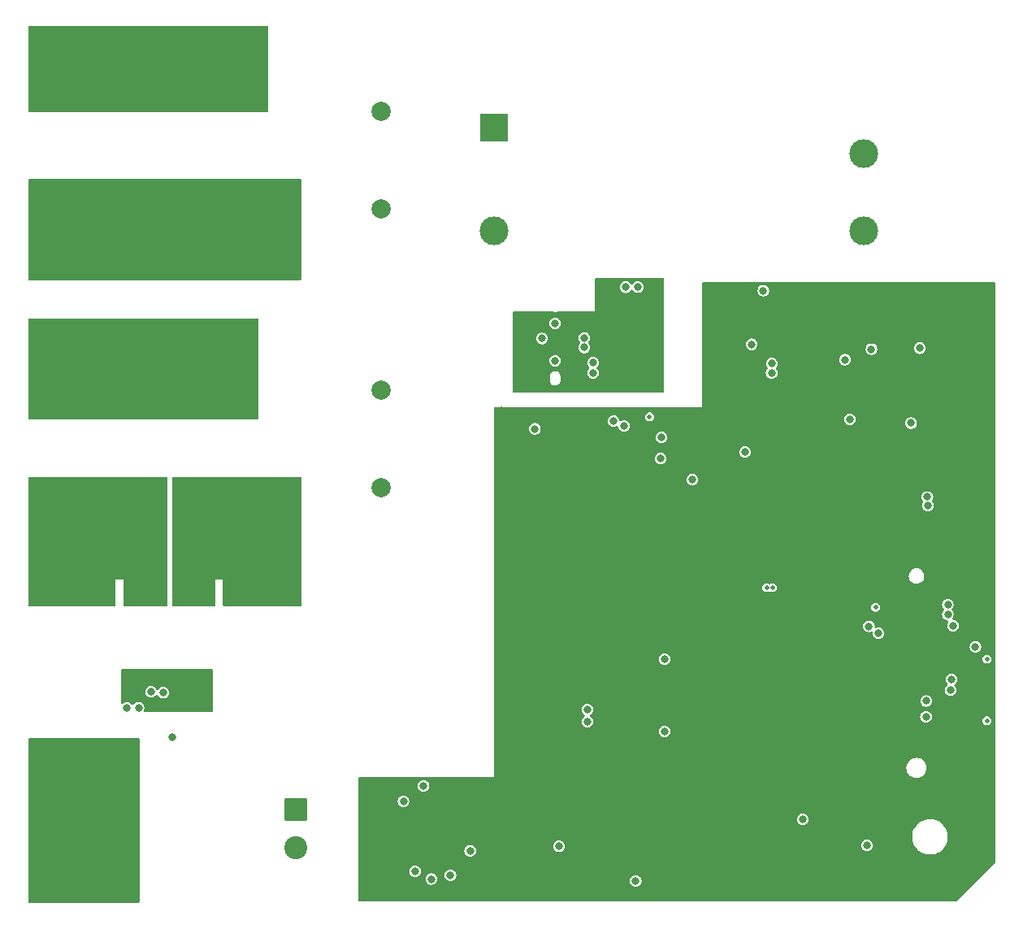
<source format=gbr>
%TF.GenerationSoftware,KiCad,Pcbnew,7.0.9*%
%TF.CreationDate,2024-05-06T20:13:39+08:00*%
%TF.ProjectId,power_monitor_v0.1,706f7765-725f-46d6-9f6e-69746f725f76,rev?*%
%TF.SameCoordinates,Original*%
%TF.FileFunction,Copper,L2,Inr*%
%TF.FilePolarity,Positive*%
%FSLAX46Y46*%
G04 Gerber Fmt 4.6, Leading zero omitted, Abs format (unit mm)*
G04 Created by KiCad (PCBNEW 7.0.9) date 2024-05-06 20:13:39*
%MOMM*%
%LPD*%
G01*
G04 APERTURE LIST*
G04 Aperture macros list*
%AMRoundRect*
0 Rectangle with rounded corners*
0 $1 Rounding radius*
0 $2 $3 $4 $5 $6 $7 $8 $9 X,Y pos of 4 corners*
0 Add a 4 corners polygon primitive as box body*
4,1,4,$2,$3,$4,$5,$6,$7,$8,$9,$2,$3,0*
0 Add four circle primitives for the rounded corners*
1,1,$1+$1,$2,$3*
1,1,$1+$1,$4,$5*
1,1,$1+$1,$6,$7*
1,1,$1+$1,$8,$9*
0 Add four rect primitives between the rounded corners*
20,1,$1+$1,$2,$3,$4,$5,0*
20,1,$1+$1,$4,$5,$6,$7,0*
20,1,$1+$1,$6,$7,$8,$9,0*
20,1,$1+$1,$8,$9,$2,$3,0*%
G04 Aperture macros list end*
%TA.AperFunction,ComponentPad*%
%ADD10C,1.100000*%
%TD*%
%TA.AperFunction,ComponentPad*%
%ADD11C,3.000000*%
%TD*%
%TA.AperFunction,ComponentPad*%
%ADD12R,3.000000X3.000000*%
%TD*%
%TA.AperFunction,ComponentPad*%
%ADD13RoundRect,1.000000X1.750000X1.000000X-1.750000X1.000000X-1.750000X-1.000000X1.750000X-1.000000X0*%
%TD*%
%TA.AperFunction,ComponentPad*%
%ADD14RoundRect,1.000000X-1.000000X1.750000X-1.000000X-1.750000X1.000000X-1.750000X1.000000X1.750000X0*%
%TD*%
%TA.AperFunction,ComponentPad*%
%ADD15C,2.000000*%
%TD*%
%TA.AperFunction,ComponentPad*%
%ADD16C,0.600000*%
%TD*%
%TA.AperFunction,ComponentPad*%
%ADD17RoundRect,0.250001X-0.949999X0.949999X-0.949999X-0.949999X0.949999X-0.949999X0.949999X0.949999X0*%
%TD*%
%TA.AperFunction,ComponentPad*%
%ADD18C,2.400000*%
%TD*%
%TA.AperFunction,ComponentPad*%
%ADD19C,7.000000*%
%TD*%
%TA.AperFunction,ViaPad*%
%ADD20C,0.500000*%
%TD*%
%TA.AperFunction,ViaPad*%
%ADD21C,0.800000*%
%TD*%
G04 APERTURE END LIST*
D10*
%TO.N,GNDS*%
%TO.C,J8*%
X162550000Y-86100000D03*
X158250000Y-86100000D03*
X162550000Y-90900000D03*
X158250000Y-90900000D03*
%TD*%
D11*
%TO.N,Net-(J4-Pad1)*%
%TO.C,J4*%
X114600000Y-131500000D03*
X107400000Y-131500000D03*
X107400000Y-136500000D03*
X114600000Y-136500000D03*
%TD*%
D12*
%TO.N,AC_NEUTRAL_IN*%
%TO.C,PS1*%
X154042500Y-66100000D03*
D11*
%TO.N,AC_LIVE_IN*%
X154042500Y-76850000D03*
%TO.N,GNDA*%
X192542500Y-76850000D03*
%TO.N,+12V*%
X192542500Y-68850000D03*
%TD*%
%TO.N,Net-(J4-Pad1)*%
%TO.C,J7*%
X114600000Y-140100000D03*
X107400000Y-140100000D03*
X107400000Y-145100000D03*
X114600000Y-145100000D03*
%TD*%
D13*
%TO.N,AC_SENSOR_LIVE_IN*%
%TO.C,K1*%
X130220000Y-108407500D03*
D14*
%TO.N,AC_LIVE_IN*%
X126790000Y-89657500D03*
D15*
%TO.N,Net-(D2-A)*%
X142230000Y-93457500D03*
%TO.N,+12V*%
X142230000Y-103627500D03*
%TD*%
D11*
%TO.N,AC_NEUTRAL_IN*%
%TO.C,J3*%
X107400000Y-62500000D03*
X114600000Y-62500000D03*
X114600000Y-57500000D03*
X107400000Y-57500000D03*
%TD*%
%TO.N,AC_LIVE_IN*%
%TO.C,J2*%
X107400000Y-93500000D03*
X114600000Y-93500000D03*
X114600000Y-88500000D03*
X107400000Y-88500000D03*
%TD*%
D16*
%TO.N,GNDA*%
%TO.C,U4*%
X192200000Y-93575000D03*
X193400000Y-93575000D03*
X194700000Y-93575000D03*
X195800000Y-93575000D03*
X192200000Y-92375000D03*
X193400000Y-92375000D03*
X194700000Y-92375000D03*
X195800000Y-92375000D03*
%TD*%
D13*
%TO.N,AC_NEUTRAL_OUT*%
%TO.C,K2*%
X130220000Y-79407500D03*
D14*
%TO.N,AC_NEUTRAL_IN*%
X126790000Y-60657500D03*
D15*
%TO.N,Net-(D3-A)*%
X142230000Y-64457500D03*
%TO.N,+12V*%
X142230000Y-74627500D03*
%TD*%
D17*
%TO.N,Net-(J1-Pin_1)*%
%TO.C,J1*%
X133400000Y-137200000D03*
D18*
%TO.N,Net-(J1-Pin_2)*%
X133400000Y-141160000D03*
%TD*%
D11*
%TO.N,AC_NEUTRAL_OUT*%
%TO.C,J5*%
X107400000Y-78500000D03*
X114600000Y-78500000D03*
X114600000Y-73500000D03*
X107400000Y-73500000D03*
%TD*%
D19*
%TO.N,GNDA*%
%TO.C,U6*%
X157600000Y-122849000D03*
%TD*%
D11*
%TO.N,AC_SENSOR_LIVE_OUT*%
%TO.C,J6*%
X107400000Y-109500000D03*
X114600000Y-109500000D03*
X114600000Y-104500000D03*
X107400000Y-104500000D03*
%TD*%
D20*
%TO.N,GNDA*%
X150700000Y-136900000D03*
X202250000Y-93250000D03*
X184500000Y-111000000D03*
X197200000Y-122100000D03*
X154500000Y-118500000D03*
X184750000Y-144250000D03*
X174000000Y-103500000D03*
X190000000Y-108500000D03*
X168910000Y-113030000D03*
X154000000Y-142500000D03*
X186500000Y-124000000D03*
X200400000Y-99800000D03*
X183750000Y-106500000D03*
X205000000Y-130800000D03*
X167300000Y-99500000D03*
X196900000Y-99800000D03*
X145500000Y-141500000D03*
X180500000Y-123500000D03*
X184000000Y-129500000D03*
X165000000Y-140000000D03*
X189000000Y-118500000D03*
X189250000Y-142250000D03*
X192000000Y-88250000D03*
X146950000Y-136900000D03*
X205000000Y-120900000D03*
X186500000Y-113000000D03*
X205000000Y-132300000D03*
X205500000Y-99750000D03*
X205000000Y-137900000D03*
X174000000Y-104500000D03*
X165500000Y-123000000D03*
X153100000Y-145300000D03*
X191000000Y-119500000D03*
X205000000Y-116100000D03*
X205000000Y-135600000D03*
X197200000Y-115900000D03*
X186500000Y-119500000D03*
X181750000Y-95500000D03*
X151500000Y-136900000D03*
X155300000Y-138600000D03*
X168900000Y-99500000D03*
X175500000Y-128500000D03*
X176500000Y-87000000D03*
X179000000Y-128500000D03*
X158000000Y-141000000D03*
X176750000Y-106500000D03*
X177000000Y-97000000D03*
X176500000Y-84000000D03*
X173000000Y-136500000D03*
X170000000Y-130000000D03*
X174250000Y-98600000D03*
X182750000Y-105500000D03*
X197200000Y-126700000D03*
X181750000Y-101750000D03*
X205500000Y-107750000D03*
X161750000Y-118750000D03*
X174949503Y-98600000D03*
X194400000Y-127600000D03*
X201400000Y-102000000D03*
X146600000Y-144000000D03*
X200000000Y-118300000D03*
X157000000Y-135855000D03*
X205500000Y-105750000D03*
X200000000Y-112000000D03*
X165750000Y-142250000D03*
X196200000Y-98400000D03*
X201400000Y-104800000D03*
X179000000Y-123500000D03*
X186750000Y-142250000D03*
X157992352Y-95992352D03*
X146800000Y-135800000D03*
X177800000Y-110490000D03*
X185000000Y-128000000D03*
X181250000Y-106500000D03*
X186100000Y-89450000D03*
X173000000Y-123500000D03*
X181500000Y-144250000D03*
X195100000Y-99800000D03*
X184750000Y-105500000D03*
X140200000Y-134300000D03*
X176500000Y-88000000D03*
X175300000Y-105500000D03*
X163000000Y-146000000D03*
X205500000Y-98000000D03*
X148000000Y-141600000D03*
X175500000Y-130000000D03*
X197200000Y-129300000D03*
X177800000Y-115570000D03*
X188200000Y-88250000D03*
X159700000Y-124600000D03*
X148500000Y-138000000D03*
X202250000Y-99750000D03*
X156500000Y-108000000D03*
X165750000Y-125000000D03*
X143800000Y-135000000D03*
X168250000Y-100250000D03*
X161750000Y-121250000D03*
X169000000Y-106500000D03*
X156500000Y-110000000D03*
X205000000Y-119800000D03*
X122750000Y-122950000D03*
X145500000Y-146000000D03*
X194400000Y-132200000D03*
X190000000Y-115500000D03*
X172000000Y-146500000D03*
X165000000Y-134500000D03*
X143800000Y-134300000D03*
X197200000Y-118800000D03*
X157550000Y-125350000D03*
X205500000Y-111750000D03*
X160100000Y-122050000D03*
X177800000Y-119380000D03*
X154500000Y-112000000D03*
X194550000Y-119550000D03*
X158000000Y-120350000D03*
X178500000Y-105750000D03*
X156500000Y-106500000D03*
X193500000Y-127500000D03*
X146500000Y-144770000D03*
X170000000Y-146000000D03*
X182000000Y-130500000D03*
X176500000Y-93000000D03*
X176500000Y-123500000D03*
X194400000Y-131000000D03*
X205500000Y-103750000D03*
X182500000Y-87500000D03*
X176500000Y-92000000D03*
X172720000Y-115570000D03*
X173000000Y-134500000D03*
X194400000Y-133400000D03*
X178000000Y-128500000D03*
X196300000Y-106100000D03*
X155500000Y-144000000D03*
X154500000Y-120000000D03*
X149900000Y-134300000D03*
X192250000Y-144250000D03*
X197200000Y-131000000D03*
X197200000Y-113950000D03*
X168500000Y-130500000D03*
X143850000Y-146000000D03*
X198450000Y-118800000D03*
X150700000Y-135800000D03*
X156600000Y-120400000D03*
X181300000Y-110450000D03*
X189500000Y-127500000D03*
X184750000Y-142250000D03*
X205000000Y-129400000D03*
X154800000Y-130200000D03*
X151600000Y-145300000D03*
X197200000Y-116800000D03*
X197200000Y-128500000D03*
X191150000Y-88250000D03*
X183750000Y-105500000D03*
X151500000Y-138600000D03*
X176000000Y-136500000D03*
X201400000Y-106300000D03*
X185750000Y-106500000D03*
X156100000Y-135855000D03*
X156500000Y-98500000D03*
X178000000Y-127500000D03*
X124350000Y-126200000D03*
X196900000Y-98400000D03*
X193500000Y-106500000D03*
X161750000Y-106500000D03*
X148400000Y-136900000D03*
X141800000Y-135000000D03*
X154500000Y-106500000D03*
X155600000Y-121200000D03*
X168500000Y-134500000D03*
X182900000Y-92650000D03*
X148500000Y-139000000D03*
X181250000Y-105500000D03*
X147600000Y-136900000D03*
X140200000Y-135000000D03*
X198100000Y-99800000D03*
X168250000Y-102250000D03*
X155300000Y-124100000D03*
X164250000Y-105000000D03*
X159000000Y-108000000D03*
X175000000Y-140000000D03*
X196923500Y-99100000D03*
X201400000Y-99800000D03*
X168250000Y-103250000D03*
X205500000Y-92250000D03*
X141000000Y-146000000D03*
X199000000Y-97250000D03*
X150800000Y-145300000D03*
X156500000Y-102500000D03*
X201400000Y-100800000D03*
X197200000Y-125800000D03*
X192300000Y-98800000D03*
X175500000Y-127500000D03*
X169600000Y-99500000D03*
X205000000Y-113600000D03*
X191000000Y-137250000D03*
X201400000Y-107800000D03*
X196200000Y-99100000D03*
X159000000Y-106500000D03*
X189000000Y-111000000D03*
X147500000Y-138000000D03*
X181750000Y-137250000D03*
X180340000Y-113030000D03*
X181750000Y-96500000D03*
X154500000Y-103500000D03*
X199000000Y-96000000D03*
X186750000Y-105500000D03*
X205000000Y-117900000D03*
X193000000Y-119500000D03*
X152500000Y-136900000D03*
X143000000Y-146000000D03*
X189250000Y-144250000D03*
X190000000Y-109500000D03*
X197200000Y-119550000D03*
X167000000Y-124000000D03*
X168250000Y-105500000D03*
X154400000Y-110600000D03*
X160000000Y-96000000D03*
X195100000Y-99100000D03*
X154500000Y-105000000D03*
X180340000Y-115570000D03*
X169000000Y-96000000D03*
X172720000Y-124460000D03*
X189250000Y-137250000D03*
X200500000Y-96000000D03*
X151500000Y-135800000D03*
X185000000Y-137250000D03*
X198100000Y-99075000D03*
X199500000Y-108600000D03*
X176500000Y-83000000D03*
X176500000Y-90000000D03*
X180340000Y-124460000D03*
X165000000Y-96000000D03*
X200000000Y-120100000D03*
X173000000Y-128500000D03*
X123250000Y-126250000D03*
X178250000Y-83000000D03*
X158750000Y-125300000D03*
X168910000Y-115570000D03*
X205500000Y-96000000D03*
X199200000Y-112000000D03*
X185500000Y-83000000D03*
X184000000Y-83000000D03*
X155050000Y-122600000D03*
X178000000Y-134500000D03*
X176503999Y-139991677D03*
X156500000Y-96000000D03*
D21*
X155600000Y-96000000D03*
D20*
X176500000Y-85000000D03*
X172720000Y-110490000D03*
X189000000Y-124000000D03*
X176250000Y-97000000D03*
X182000000Y-105500000D03*
X186750000Y-83000000D03*
X122700000Y-124900000D03*
X185750000Y-105500000D03*
X181750000Y-100500000D03*
X170400000Y-99500000D03*
X156500000Y-101500000D03*
X205000000Y-134000000D03*
X123400000Y-125150000D03*
X155300000Y-135855000D03*
X200000000Y-110600000D03*
X153500000Y-138500000D03*
X150600000Y-141800000D03*
X153500000Y-135855000D03*
X154400000Y-138600000D03*
X156600000Y-128900000D03*
X182500000Y-88750000D03*
X161750000Y-108000000D03*
X163750000Y-142250000D03*
X192900000Y-99700000D03*
X156500000Y-114250000D03*
X168500000Y-146000000D03*
X181750000Y-92750000D03*
X163500000Y-96000000D03*
X193000000Y-106250000D03*
X194250000Y-108500000D03*
X202250000Y-94250000D03*
X188000000Y-105500000D03*
X182500000Y-85250000D03*
X197200000Y-123900000D03*
X189450000Y-108700000D03*
X205500000Y-102000000D03*
X180000000Y-83000000D03*
X158500000Y-146000000D03*
X194400000Y-130200000D03*
X179070000Y-124460000D03*
D21*
X154700000Y-98000000D03*
D20*
X152400000Y-145300000D03*
X178500000Y-136500000D03*
X190200000Y-88250000D03*
X197200000Y-127600000D03*
X157000000Y-136900000D03*
X177000000Y-146500000D03*
X171250000Y-106500000D03*
X182500000Y-84250000D03*
X143000000Y-142500000D03*
X205500000Y-94250000D03*
X200000000Y-111300000D03*
X156500000Y-100000000D03*
X181750000Y-99586472D03*
X200000000Y-115700000D03*
X168250000Y-104250000D03*
X148500000Y-140000000D03*
X200400000Y-99100000D03*
X154700000Y-142500000D03*
X155500000Y-142500000D03*
X182750000Y-106500000D03*
X186000000Y-131000000D03*
X172720000Y-119380000D03*
X146600000Y-141600000D03*
X193500000Y-108500000D03*
X191600000Y-98800000D03*
X170000000Y-129000000D03*
X205000000Y-140000000D03*
D21*
X154800000Y-95600000D03*
D20*
X199000000Y-93250000D03*
X201800000Y-125900000D03*
X163500000Y-136000000D03*
X184500000Y-113000000D03*
X150000000Y-145300000D03*
X143000000Y-144500000D03*
X195600000Y-106100000D03*
X170000000Y-124000000D03*
X154500000Y-115000000D03*
X171000000Y-140000000D03*
D21*
X154800000Y-99700000D03*
D20*
X147200000Y-145400000D03*
X168000000Y-136500000D03*
X156200000Y-125050000D03*
X147300000Y-141600000D03*
X197500000Y-93250000D03*
X153500000Y-136900000D03*
X162000000Y-96000000D03*
X194000000Y-124000000D03*
X172500000Y-106500000D03*
X156100000Y-136900000D03*
X156500000Y-105000000D03*
X161750000Y-115000000D03*
X197200000Y-114950000D03*
X195100000Y-98400000D03*
X190000000Y-113000000D03*
X201900000Y-119800000D03*
X194400000Y-128500000D03*
X186750000Y-144250000D03*
X178500000Y-144250000D03*
X205000000Y-114700000D03*
X200000000Y-114600000D03*
X200000000Y-109200000D03*
X197500000Y-94250000D03*
X197200000Y-123000000D03*
X187300000Y-88250000D03*
X177800000Y-113030000D03*
X189000000Y-109500000D03*
X176500000Y-91000000D03*
X182000000Y-106500000D03*
X161750000Y-110000000D03*
X181750000Y-93500000D03*
X171800000Y-99500000D03*
X187250000Y-137250000D03*
X189000000Y-113000000D03*
X205500000Y-109750000D03*
X176500000Y-89000000D03*
X154500000Y-108000000D03*
X164250000Y-106500000D03*
X152550000Y-138450000D03*
X172720000Y-113030000D03*
X198100000Y-98400000D03*
X181750000Y-94500000D03*
X188000000Y-106500000D03*
X159500000Y-144000000D03*
X200500000Y-93250000D03*
X173500000Y-98600000D03*
X159000000Y-116000000D03*
X168910000Y-110490000D03*
X186750000Y-106500000D03*
X122750000Y-123850000D03*
X200000000Y-113400000D03*
X172700000Y-98600000D03*
X202250000Y-98000000D03*
X154800000Y-128800000D03*
X162000000Y-137500000D03*
X151000000Y-146000000D03*
X180500000Y-134500000D03*
X146500000Y-146000000D03*
X188000000Y-128500000D03*
X193500000Y-109250000D03*
X161750000Y-105000000D03*
X189000000Y-115500000D03*
X141800000Y-134300000D03*
X150700000Y-138600000D03*
X155300000Y-136900000D03*
X175250000Y-106500000D03*
X155500000Y-146000000D03*
X200500000Y-92250000D03*
X161000000Y-146000000D03*
X171100000Y-99500000D03*
X192000000Y-124000000D03*
X197500000Y-92250000D03*
X186500000Y-111000000D03*
X155800000Y-129600000D03*
X178500000Y-106500000D03*
X173000000Y-127500000D03*
X154500000Y-102500000D03*
X194400000Y-129300000D03*
X123750000Y-125750000D03*
X152400000Y-141900000D03*
X141000000Y-144500000D03*
X202250000Y-92250000D03*
X159250000Y-121000000D03*
X201900000Y-120900000D03*
X154500000Y-116500000D03*
X168250000Y-106500000D03*
X168500000Y-125500000D03*
X181000000Y-100500000D03*
X182000000Y-134500000D03*
X141000000Y-142500000D03*
X199000000Y-92250000D03*
X192900000Y-98800000D03*
X190500000Y-117500000D03*
D21*
X179037500Y-141437500D03*
D20*
X173000000Y-130000000D03*
X182750000Y-137250000D03*
X154800000Y-127300000D03*
X179750000Y-144250000D03*
X153100000Y-143850000D03*
X191500000Y-127500000D03*
X171000000Y-128000000D03*
X159000000Y-105000000D03*
X159000000Y-112250000D03*
X158000000Y-142500000D03*
X176750000Y-105750000D03*
X177500000Y-130000000D03*
X197200000Y-130200000D03*
X159000000Y-110000000D03*
X166500000Y-146000000D03*
X205000000Y-142000000D03*
X190000000Y-111000000D03*
X202250000Y-96000000D03*
X200500000Y-94250000D03*
X174000000Y-105500000D03*
X161750000Y-112250000D03*
X176530000Y-124460000D03*
X179000000Y-99000000D03*
X186500000Y-115500000D03*
X160000000Y-139500000D03*
X184500000Y-119500000D03*
X170250000Y-106500000D03*
X181750000Y-97500000D03*
X161750000Y-128000000D03*
X173750000Y-106500000D03*
X149900000Y-135100000D03*
X192250000Y-142250000D03*
X185400000Y-90150000D03*
X154300000Y-135855000D03*
X201850000Y-118900000D03*
X189300000Y-88250000D03*
X201400000Y-103300000D03*
X182500000Y-86250000D03*
X154500000Y-113500000D03*
X199000000Y-94250000D03*
X186750000Y-88750000D03*
X200000000Y-109900000D03*
X176500000Y-86000000D03*
X180340000Y-119380000D03*
X196200000Y-99800000D03*
X156500000Y-97000000D03*
X156200000Y-138600000D03*
X184500000Y-115500000D03*
X200400000Y-98400000D03*
X201900000Y-122300000D03*
X153100000Y-144400000D03*
X180000000Y-127500000D03*
X154300000Y-136900000D03*
X167000000Y-127500000D03*
X168250000Y-101250000D03*
X175500000Y-134500000D03*
X158000000Y-144000000D03*
X161750000Y-124750000D03*
X160100000Y-123350000D03*
X184750000Y-106500000D03*
X176500000Y-94000000D03*
X200000000Y-119050000D03*
D21*
%TO.N,Net-(U4-VIN)*%
X193365000Y-89200000D03*
X198400000Y-89100000D03*
%TO.N,Net-(D1-K)*%
X190600000Y-90300000D03*
X191100000Y-96500000D03*
%TO.N,+4V*%
X167600000Y-97200000D03*
X163750000Y-126750000D03*
X166500000Y-96700000D03*
X199250000Y-105500000D03*
X197500000Y-96900000D03*
X163750000Y-128000000D03*
X171500000Y-98395500D03*
X199200000Y-104600000D03*
%TO.N,+3.3VA*%
X146700000Y-134700000D03*
X149500000Y-144000000D03*
X147500000Y-144400000D03*
X151550000Y-141450000D03*
%TO.N,Net-(U5-FB)*%
X171400000Y-100594500D03*
X174700000Y-102800000D03*
%TO.N,+3V3*%
X180900000Y-88700000D03*
D20*
X193800000Y-116100000D03*
X183050000Y-114050000D03*
D21*
X192900000Y-140900000D03*
X144600000Y-136300000D03*
X158300000Y-97500000D03*
D20*
X205400000Y-127900000D03*
D21*
X120486286Y-129613714D03*
X168800000Y-144600000D03*
D20*
X205400000Y-121500000D03*
X182450000Y-114050000D03*
D21*
X160800000Y-141000000D03*
X186200000Y-138200000D03*
X180175000Y-99925000D03*
X182100000Y-83100000D03*
%TO.N,~{RESET}*%
X171800000Y-121500000D03*
X171800000Y-129013173D03*
%TO.N,GNDS*%
X165650000Y-87450000D03*
X162250000Y-92200000D03*
X165000000Y-93250000D03*
X165000000Y-84750000D03*
X165000000Y-82750000D03*
X165650000Y-85750000D03*
X157000000Y-92500000D03*
X159250000Y-93250000D03*
X156750000Y-87750000D03*
X171250000Y-88000000D03*
X162250000Y-93250000D03*
X167500000Y-93250000D03*
X171250000Y-91000000D03*
X171250000Y-82750000D03*
X163750000Y-93250000D03*
X171250000Y-85000000D03*
X157750000Y-93250000D03*
X166250000Y-93250000D03*
X170250000Y-82750000D03*
X156750000Y-86250000D03*
X171250000Y-89500000D03*
X171250000Y-83750000D03*
X171250000Y-86500000D03*
X171250000Y-92500000D03*
%TO.N,Net-(U7-VBUS1)*%
X160400000Y-86510000D03*
X160400000Y-90400000D03*
X167750000Y-82750000D03*
X169000000Y-82750000D03*
%TO.N,AC_LIVE_IN*%
X126500000Y-95500000D03*
X117000000Y-86500000D03*
X112500000Y-91000000D03*
X114000000Y-91000000D03*
X119000000Y-91000000D03*
X125000000Y-86500000D03*
X109500000Y-95500000D03*
X123000000Y-86500000D03*
X125000000Y-94000000D03*
X106500000Y-91000000D03*
X119000000Y-88000000D03*
X119000000Y-94000000D03*
X111500000Y-89500000D03*
X109500000Y-94000000D03*
X117000000Y-94000000D03*
X123000000Y-91000000D03*
X119000000Y-89500000D03*
X121000000Y-91000000D03*
X117000000Y-95500000D03*
X128000000Y-94000000D03*
X123000000Y-88000000D03*
X119000000Y-92500000D03*
X111500000Y-92500000D03*
X121000000Y-94000000D03*
X111500000Y-86500000D03*
X117000000Y-91000000D03*
X121000000Y-86500000D03*
X111500000Y-88000000D03*
X115500000Y-91000000D03*
X111000000Y-91000000D03*
X111500000Y-95500000D03*
X109500000Y-88000000D03*
X119000000Y-95500000D03*
X117000000Y-88000000D03*
X121000000Y-88000000D03*
X123000000Y-94000000D03*
X109500000Y-91000000D03*
X125000000Y-95500000D03*
X109500000Y-92500000D03*
X117000000Y-92500000D03*
X119000000Y-86500000D03*
X121000000Y-92500000D03*
X123000000Y-89500000D03*
X128000000Y-95500000D03*
X109500000Y-91000000D03*
X121000000Y-95500000D03*
X123000000Y-95500000D03*
X123000000Y-92500000D03*
X121000000Y-89500000D03*
X126500000Y-94000000D03*
X108000000Y-91000000D03*
X109500000Y-89500000D03*
X111500000Y-94000000D03*
X109500000Y-86500000D03*
X117000000Y-89500000D03*
%TO.N,AC_NEUTRAL_IN*%
X125000000Y-57500000D03*
X111500000Y-60500000D03*
X109500000Y-58500000D03*
X117500000Y-62500000D03*
X123500000Y-62500000D03*
X123500000Y-60500000D03*
X123500000Y-58500000D03*
X121500000Y-56500000D03*
X111500000Y-64000000D03*
X127000000Y-56000000D03*
X127000000Y-57500000D03*
X121500000Y-64000000D03*
X123500000Y-56500000D03*
X123500000Y-64000000D03*
X119500000Y-60500000D03*
X117500000Y-64000000D03*
X130000000Y-59500000D03*
X109500000Y-64000000D03*
X111500000Y-62500000D03*
X117500000Y-58500000D03*
X106500000Y-60000000D03*
X125000000Y-56000000D03*
X119500000Y-58500000D03*
X121500000Y-58500000D03*
X109500000Y-56500000D03*
X130000000Y-64000000D03*
X111500000Y-58500000D03*
X119500000Y-62500000D03*
X111500000Y-56500000D03*
X113500000Y-60000000D03*
X119500000Y-56500000D03*
X116000000Y-60000000D03*
X130000000Y-56000000D03*
X125500000Y-64000000D03*
X130000000Y-57500000D03*
X121500000Y-60500000D03*
X108500000Y-60000000D03*
X127500000Y-64000000D03*
X121500000Y-62500000D03*
X109500000Y-62500000D03*
X109500000Y-60500000D03*
X117500000Y-60500000D03*
X130000000Y-61500000D03*
X117500000Y-56500000D03*
X119500000Y-64000000D03*
%TO.N,Net-(J4-Pad1)*%
X111000000Y-132500000D03*
X111000000Y-137000000D03*
X111000000Y-131000000D03*
X111000000Y-146000000D03*
X111000000Y-140500000D03*
X111000000Y-142600000D03*
X111000000Y-144500000D03*
X111000000Y-135500000D03*
X111000000Y-139000000D03*
X111000000Y-134000000D03*
%TO.N,AC_NEUTRAL_OUT*%
X112000000Y-78000000D03*
X123500000Y-76000000D03*
X131500000Y-74000000D03*
X133500000Y-80000000D03*
X133500000Y-81500000D03*
X117500000Y-78000000D03*
X129500000Y-74000000D03*
X117500000Y-72000000D03*
X110000000Y-81500000D03*
X133500000Y-76000000D03*
X119500000Y-78000000D03*
X110000000Y-80000000D03*
X131500000Y-76000000D03*
X131500000Y-74000000D03*
X117500000Y-76000000D03*
X127500000Y-72000000D03*
X117500000Y-74000000D03*
X116000000Y-76000000D03*
X125500000Y-72000000D03*
X112000000Y-81500000D03*
X110000000Y-78000000D03*
X125500000Y-74000000D03*
X127500000Y-74000000D03*
X123500000Y-81500000D03*
X112000000Y-76000000D03*
X119500000Y-80000000D03*
X127500000Y-76000000D03*
X131500000Y-76000000D03*
X123500000Y-74000000D03*
X110000000Y-72000000D03*
X108000000Y-76000000D03*
X133500000Y-72000000D03*
X125500000Y-76000000D03*
X125500000Y-80000000D03*
X119500000Y-81500000D03*
X108000000Y-81500000D03*
X125500000Y-78000000D03*
X116000000Y-81500000D03*
X119500000Y-72000000D03*
X123500000Y-72000000D03*
X110000000Y-76000000D03*
X114000000Y-76000000D03*
X133500000Y-74000000D03*
X106500000Y-76000000D03*
X121500000Y-81500000D03*
X123500000Y-78000000D03*
X123500000Y-80000000D03*
X119500000Y-76000000D03*
X121500000Y-74000000D03*
X112000000Y-72000000D03*
X119500000Y-74000000D03*
X117500000Y-80000000D03*
X106500000Y-81500000D03*
X110000000Y-74000000D03*
X117500000Y-81500000D03*
X121500000Y-72000000D03*
X131500000Y-72000000D03*
X114000000Y-81500000D03*
X121500000Y-80000000D03*
X129500000Y-76000000D03*
X131500000Y-72000000D03*
X121500000Y-78000000D03*
X133500000Y-78000000D03*
X125500000Y-81500000D03*
X121500000Y-76000000D03*
X112000000Y-74000000D03*
X129500000Y-72000000D03*
X112000000Y-80000000D03*
%TO.N,AC_SENSOR_LIVE_OUT*%
X106000000Y-115000000D03*
X119500000Y-106000000D03*
X113500000Y-107500000D03*
X109500000Y-109000000D03*
X111500000Y-115000000D03*
X119500000Y-112000000D03*
X111500000Y-112000000D03*
X109500000Y-106000000D03*
X106000000Y-106000000D03*
X111500000Y-109000000D03*
X115500000Y-112000000D03*
X106000000Y-104500000D03*
X106000000Y-112000000D03*
X111500000Y-104500000D03*
X113500000Y-115000000D03*
X111500000Y-107500000D03*
X117500000Y-103000000D03*
X109500000Y-104500000D03*
X109500000Y-112000000D03*
X113500000Y-113500000D03*
X117500000Y-106000000D03*
X119500000Y-109000000D03*
X111500000Y-113500000D03*
X119500000Y-103000000D03*
X107500000Y-113500000D03*
X119500000Y-107500000D03*
X113500000Y-106000000D03*
X109500000Y-107500000D03*
X113500000Y-112000000D03*
X113500000Y-103000000D03*
X111500000Y-103000000D03*
X106000000Y-113500000D03*
X109500000Y-115000000D03*
X106000000Y-110500000D03*
X106000000Y-109000000D03*
X107500000Y-107500000D03*
X119500000Y-110500000D03*
X106000000Y-107500000D03*
X115500000Y-107500000D03*
X107500000Y-115000000D03*
X117500000Y-107500000D03*
X119500000Y-104500000D03*
X111500000Y-106000000D03*
X115500000Y-103000000D03*
X106000000Y-103000000D03*
X109500000Y-113500000D03*
X109500000Y-110500000D03*
X115500000Y-106000000D03*
X111500000Y-110500000D03*
X109500000Y-103000000D03*
X117500000Y-104500000D03*
X117500000Y-110500000D03*
X107500000Y-112000000D03*
X117500000Y-109000000D03*
X117500000Y-112000000D03*
%TO.N,Net-(J9-SWDIO{slash}TMS)*%
X199050000Y-127500000D03*
X199062299Y-125855500D03*
%TO.N,AC_SENSOR_LIVE_IN*%
X123000000Y-110500000D03*
X121000000Y-112000000D03*
X129000000Y-115000000D03*
X127000000Y-112000000D03*
X127000000Y-115000000D03*
X125000000Y-106000000D03*
X133000000Y-107500000D03*
X123000000Y-106000000D03*
X125000000Y-109000000D03*
X131000000Y-113500000D03*
X133000000Y-110500000D03*
X123000000Y-104500000D03*
X133000000Y-106000000D03*
X129000000Y-104500000D03*
X127000000Y-109000000D03*
X129000000Y-103000000D03*
X127000000Y-103000000D03*
X133000000Y-113500000D03*
X125000000Y-110500000D03*
X131000000Y-112000000D03*
X123000000Y-112000000D03*
X123000000Y-107500000D03*
X121000000Y-109000000D03*
X133000000Y-112000000D03*
X125000000Y-107500000D03*
X129000000Y-106000000D03*
X127000000Y-110500000D03*
X127000000Y-106000000D03*
X133000000Y-103000000D03*
X121000000Y-104500000D03*
X121000000Y-103000000D03*
X125000000Y-112000000D03*
X123000000Y-109000000D03*
X131000000Y-106000000D03*
X125000000Y-104500000D03*
X125000000Y-103000000D03*
X133000000Y-109000000D03*
X129000000Y-113500000D03*
X131000000Y-103000000D03*
X127000000Y-107500000D03*
X121000000Y-110500000D03*
X129000000Y-112000000D03*
X123000000Y-103000000D03*
X121000000Y-107500000D03*
X127000000Y-104500000D03*
X127000000Y-113500000D03*
X133000000Y-104500000D03*
X121000000Y-106000000D03*
X131000000Y-104500000D03*
%TO.N,DCDC_MODE*%
X201850000Y-118000000D03*
D20*
X170250000Y-96250000D03*
D21*
%TO.N,/MSOM/USB_P*%
X182960431Y-91698719D03*
X201327175Y-115805000D03*
%TO.N,/MSOM/USB_N*%
X201327175Y-116855000D03*
X183000000Y-90700000D03*
%TO.N,I2C_SCL*%
X193100000Y-118073500D03*
X118295000Y-124900000D03*
%TO.N,I2C_SDA*%
X194100000Y-118800000D03*
X119565000Y-125000000D03*
%TO.N,Net-(U6A-ADC6)*%
X117000000Y-126549500D03*
X201700000Y-123600000D03*
%TO.N,Net-(U6A-ADC7)*%
X115800000Y-126574500D03*
X201593822Y-124733606D03*
%TO.N,CURRENT_ADC*%
X204200000Y-120200000D03*
X145800000Y-143600000D03*
%TO.N,/MSOM/U_P*%
X164343405Y-91675000D03*
X163451673Y-88025501D03*
%TO.N,/MSOM/U_N*%
X159050000Y-88090000D03*
X163449957Y-89025002D03*
X164343405Y-90625000D03*
%TD*%
%TA.AperFunction,Conductor*%
%TO.N,AC_LIVE_IN*%
G36*
X129443039Y-86019685D02*
G01*
X129488794Y-86072489D01*
X129500000Y-86124000D01*
X129500000Y-96376000D01*
X129480315Y-96443039D01*
X129427511Y-96488794D01*
X129376000Y-96500000D01*
X105624000Y-96500000D01*
X105556961Y-96480315D01*
X105511206Y-96427511D01*
X105500000Y-96376000D01*
X105500000Y-86124000D01*
X105519685Y-86056961D01*
X105572489Y-86011206D01*
X105624000Y-86000000D01*
X129376000Y-86000000D01*
X129443039Y-86019685D01*
G37*
%TD.AperFunction*%
%TD*%
%TA.AperFunction,Conductor*%
%TO.N,AC_SENSOR_LIVE_OUT*%
G36*
X119937539Y-102519685D02*
G01*
X119983294Y-102572489D01*
X119994500Y-102624000D01*
X119994500Y-115876000D01*
X119974815Y-115943039D01*
X119922011Y-115988794D01*
X119870500Y-116000000D01*
X115524000Y-116000000D01*
X115456961Y-115980315D01*
X115411206Y-115927511D01*
X115400000Y-115876000D01*
X115400000Y-113200000D01*
X114600000Y-113200000D01*
X114600000Y-115876000D01*
X114580315Y-115943039D01*
X114527511Y-115988794D01*
X114476000Y-116000000D01*
X105624000Y-116000000D01*
X105556961Y-115980315D01*
X105511206Y-115927511D01*
X105500000Y-115876000D01*
X105500000Y-102624000D01*
X105519685Y-102556961D01*
X105572489Y-102511206D01*
X105624000Y-102500000D01*
X119870500Y-102500000D01*
X119937539Y-102519685D01*
G37*
%TD.AperFunction*%
%TD*%
%TA.AperFunction,Conductor*%
%TO.N,AC_NEUTRAL_IN*%
G36*
X130443039Y-55519685D02*
G01*
X130488794Y-55572489D01*
X130500000Y-55624000D01*
X130500000Y-64376000D01*
X130480315Y-64443039D01*
X130427511Y-64488794D01*
X130376000Y-64500000D01*
X105624000Y-64500000D01*
X105556961Y-64480315D01*
X105511206Y-64427511D01*
X105500000Y-64376000D01*
X105500000Y-55624000D01*
X105519685Y-55556961D01*
X105572489Y-55511206D01*
X105624000Y-55500000D01*
X130376000Y-55500000D01*
X130443039Y-55519685D01*
G37*
%TD.AperFunction*%
%TD*%
%TA.AperFunction,Conductor*%
%TO.N,Net-(J4-Pad1)*%
G36*
X117043039Y-129719685D02*
G01*
X117088794Y-129772489D01*
X117100000Y-129824000D01*
X117100000Y-146776000D01*
X117080315Y-146843039D01*
X117027511Y-146888794D01*
X116976000Y-146900000D01*
X105624000Y-146900000D01*
X105556961Y-146880315D01*
X105511206Y-146827511D01*
X105500000Y-146776000D01*
X105500000Y-129824000D01*
X105519685Y-129756961D01*
X105572489Y-129711206D01*
X105624000Y-129700000D01*
X116976000Y-129700000D01*
X117043039Y-129719685D01*
G37*
%TD.AperFunction*%
%TD*%
%TA.AperFunction,Conductor*%
%TO.N,GNDA*%
G36*
X206193039Y-82219685D02*
G01*
X206238794Y-82272489D01*
X206250000Y-82324000D01*
X206250000Y-142698638D01*
X206230315Y-142765677D01*
X206213681Y-142786319D01*
X202286319Y-146713681D01*
X202224996Y-146747166D01*
X202198638Y-146750000D01*
X154000000Y-146750000D01*
X154000000Y-144600001D01*
X168194318Y-144600001D01*
X168214955Y-144756760D01*
X168214956Y-144756762D01*
X168275464Y-144902841D01*
X168371718Y-145028282D01*
X168497159Y-145124536D01*
X168643238Y-145185044D01*
X168721619Y-145195363D01*
X168799999Y-145205682D01*
X168800000Y-145205682D01*
X168800001Y-145205682D01*
X168852254Y-145198802D01*
X168956762Y-145185044D01*
X169102841Y-145124536D01*
X169228282Y-145028282D01*
X169324536Y-144902841D01*
X169385044Y-144756762D01*
X169405682Y-144600000D01*
X169385044Y-144443238D01*
X169324536Y-144297159D01*
X169228282Y-144171718D01*
X169102841Y-144075464D01*
X168956762Y-144014956D01*
X168956760Y-144014955D01*
X168800001Y-143994318D01*
X168799999Y-143994318D01*
X168643239Y-144014955D01*
X168643237Y-144014956D01*
X168497160Y-144075463D01*
X168371718Y-144171718D01*
X168275463Y-144297160D01*
X168214956Y-144443237D01*
X168214955Y-144443239D01*
X168194318Y-144599998D01*
X168194318Y-144600001D01*
X154000000Y-144600001D01*
X154000000Y-141000001D01*
X160194318Y-141000001D01*
X160214955Y-141156760D01*
X160214956Y-141156762D01*
X160275464Y-141302841D01*
X160371718Y-141428282D01*
X160497159Y-141524536D01*
X160643238Y-141585044D01*
X160721619Y-141595363D01*
X160799999Y-141605682D01*
X160800000Y-141605682D01*
X160800001Y-141605682D01*
X160852254Y-141598802D01*
X160956762Y-141585044D01*
X161102841Y-141524536D01*
X161228282Y-141428282D01*
X161324536Y-141302841D01*
X161385044Y-141156762D01*
X161405682Y-141000000D01*
X161392517Y-140900001D01*
X192294318Y-140900001D01*
X192314955Y-141056760D01*
X192314956Y-141056762D01*
X192356376Y-141156760D01*
X192375464Y-141202841D01*
X192471718Y-141328282D01*
X192597159Y-141424536D01*
X192743238Y-141485044D01*
X192821619Y-141495363D01*
X192899999Y-141505682D01*
X192900000Y-141505682D01*
X192900001Y-141505682D01*
X192952254Y-141498802D01*
X193056762Y-141485044D01*
X193202841Y-141424536D01*
X193328282Y-141328282D01*
X193424536Y-141202841D01*
X193485044Y-141056762D01*
X193505682Y-140900000D01*
X193498887Y-140848390D01*
X193485044Y-140743239D01*
X193485044Y-140743238D01*
X193424536Y-140597159D01*
X193328282Y-140471718D01*
X193202841Y-140375464D01*
X193056762Y-140314956D01*
X193056760Y-140314955D01*
X192900001Y-140294318D01*
X192899999Y-140294318D01*
X192743239Y-140314955D01*
X192743237Y-140314956D01*
X192597160Y-140375463D01*
X192471718Y-140471718D01*
X192375463Y-140597160D01*
X192314956Y-140743237D01*
X192314955Y-140743239D01*
X192294318Y-140899998D01*
X192294318Y-140900001D01*
X161392517Y-140900001D01*
X161385044Y-140843238D01*
X161324536Y-140697159D01*
X161228282Y-140571718D01*
X161102841Y-140475464D01*
X161093797Y-140471718D01*
X160956762Y-140414956D01*
X160956760Y-140414955D01*
X160800001Y-140394318D01*
X160799999Y-140394318D01*
X160643239Y-140414955D01*
X160643237Y-140414956D01*
X160497160Y-140475463D01*
X160371718Y-140571718D01*
X160275463Y-140697160D01*
X160214956Y-140843237D01*
X160214955Y-140843239D01*
X160194318Y-140999998D01*
X160194318Y-141000001D01*
X154000000Y-141000001D01*
X154000000Y-140067763D01*
X197615787Y-140067763D01*
X197645413Y-140337013D01*
X197645415Y-140337024D01*
X197713424Y-140597160D01*
X197713928Y-140599088D01*
X197819870Y-140848390D01*
X197912397Y-141000000D01*
X197960979Y-141079605D01*
X197960986Y-141079615D01*
X198134253Y-141287819D01*
X198134259Y-141287824D01*
X198335998Y-141468582D01*
X198561910Y-141618044D01*
X198807176Y-141733020D01*
X198807183Y-141733022D01*
X198807185Y-141733023D01*
X199066557Y-141811057D01*
X199066564Y-141811058D01*
X199066569Y-141811060D01*
X199334561Y-141850500D01*
X199334566Y-141850500D01*
X199537636Y-141850500D01*
X199589133Y-141846730D01*
X199740156Y-141835677D01*
X199852758Y-141810593D01*
X200004546Y-141776782D01*
X200004548Y-141776781D01*
X200004553Y-141776780D01*
X200257558Y-141680014D01*
X200493777Y-141547441D01*
X200708177Y-141381888D01*
X200896186Y-141186881D01*
X201053799Y-140966579D01*
X201168626Y-140743239D01*
X201177649Y-140725690D01*
X201177651Y-140725684D01*
X201177656Y-140725675D01*
X201265118Y-140469305D01*
X201314319Y-140202933D01*
X201324212Y-139932235D01*
X201294586Y-139662982D01*
X201226072Y-139400912D01*
X201120130Y-139151610D01*
X200979018Y-138920390D01*
X200889747Y-138813119D01*
X200805746Y-138712180D01*
X200805740Y-138712175D01*
X200604002Y-138531418D01*
X200378092Y-138381957D01*
X200324342Y-138356760D01*
X200132824Y-138266980D01*
X200132819Y-138266978D01*
X200132814Y-138266976D01*
X199873442Y-138188942D01*
X199873428Y-138188939D01*
X199757791Y-138171921D01*
X199605439Y-138149500D01*
X199402369Y-138149500D01*
X199402364Y-138149500D01*
X199199844Y-138164323D01*
X199199831Y-138164325D01*
X198935453Y-138223217D01*
X198935446Y-138223220D01*
X198682439Y-138319987D01*
X198446226Y-138452557D01*
X198231822Y-138618112D01*
X198043822Y-138813109D01*
X198043816Y-138813116D01*
X197886202Y-139033419D01*
X197886199Y-139033424D01*
X197762350Y-139274309D01*
X197762343Y-139274327D01*
X197674884Y-139530685D01*
X197674881Y-139530699D01*
X197625681Y-139797068D01*
X197625680Y-139797075D01*
X197615787Y-140067763D01*
X154000000Y-140067763D01*
X154000000Y-138200001D01*
X185594318Y-138200001D01*
X185614955Y-138356760D01*
X185614956Y-138356762D01*
X185675464Y-138502841D01*
X185771718Y-138628282D01*
X185897159Y-138724536D01*
X186043238Y-138785044D01*
X186121619Y-138795363D01*
X186199999Y-138805682D01*
X186200000Y-138805682D01*
X186200001Y-138805682D01*
X186252254Y-138798802D01*
X186356762Y-138785044D01*
X186502841Y-138724536D01*
X186628282Y-138628282D01*
X186724536Y-138502841D01*
X186785044Y-138356762D01*
X186802625Y-138223220D01*
X186805682Y-138200001D01*
X186805682Y-138199998D01*
X186785044Y-138043239D01*
X186785044Y-138043238D01*
X186724536Y-137897159D01*
X186628282Y-137771718D01*
X186502841Y-137675464D01*
X186356762Y-137614956D01*
X186356760Y-137614955D01*
X186200001Y-137594318D01*
X186199999Y-137594318D01*
X186043239Y-137614955D01*
X186043237Y-137614956D01*
X185897160Y-137675463D01*
X185771718Y-137771718D01*
X185675463Y-137897160D01*
X185614956Y-138043237D01*
X185614955Y-138043239D01*
X185594318Y-138199998D01*
X185594318Y-138200001D01*
X154000000Y-138200001D01*
X154000000Y-132830000D01*
X197004417Y-132830000D01*
X197024699Y-133035932D01*
X197024700Y-133035934D01*
X197084768Y-133233954D01*
X197182315Y-133416450D01*
X197182317Y-133416452D01*
X197313589Y-133576410D01*
X197410209Y-133655702D01*
X197473550Y-133707685D01*
X197656046Y-133805232D01*
X197854066Y-133865300D01*
X197854065Y-133865300D01*
X197892647Y-133869100D01*
X198008392Y-133880500D01*
X198008395Y-133880500D01*
X198111605Y-133880500D01*
X198111608Y-133880500D01*
X198265934Y-133865300D01*
X198463954Y-133805232D01*
X198646450Y-133707685D01*
X198806410Y-133576410D01*
X198937685Y-133416450D01*
X199035232Y-133233954D01*
X199095300Y-133035934D01*
X199115583Y-132830000D01*
X199095300Y-132624066D01*
X199035232Y-132426046D01*
X198937685Y-132243550D01*
X198885702Y-132180209D01*
X198806410Y-132083589D01*
X198646452Y-131952317D01*
X198646453Y-131952317D01*
X198646450Y-131952315D01*
X198463954Y-131854768D01*
X198265934Y-131794700D01*
X198265932Y-131794699D01*
X198265934Y-131794699D01*
X198146805Y-131782966D01*
X198111608Y-131779500D01*
X198008392Y-131779500D01*
X197970298Y-131783251D01*
X197854067Y-131794699D01*
X197656043Y-131854769D01*
X197545898Y-131913643D01*
X197473550Y-131952315D01*
X197473548Y-131952316D01*
X197473547Y-131952317D01*
X197313589Y-132083589D01*
X197182317Y-132243547D01*
X197084769Y-132426043D01*
X197024699Y-132624067D01*
X197004417Y-132830000D01*
X154000000Y-132830000D01*
X154000000Y-129013174D01*
X171194318Y-129013174D01*
X171214955Y-129169933D01*
X171214956Y-129169935D01*
X171275464Y-129316014D01*
X171371718Y-129441455D01*
X171497159Y-129537709D01*
X171643238Y-129598217D01*
X171721619Y-129608536D01*
X171799999Y-129618855D01*
X171800000Y-129618855D01*
X171800001Y-129618855D01*
X171852254Y-129611975D01*
X171956762Y-129598217D01*
X172102841Y-129537709D01*
X172228282Y-129441455D01*
X172324536Y-129316014D01*
X172385044Y-129169935D01*
X172405682Y-129013173D01*
X172385044Y-128856411D01*
X172324536Y-128710332D01*
X172228282Y-128584891D01*
X172102841Y-128488637D01*
X171956762Y-128428129D01*
X171956760Y-128428128D01*
X171800001Y-128407491D01*
X171799999Y-128407491D01*
X171643239Y-128428128D01*
X171643237Y-128428129D01*
X171497160Y-128488636D01*
X171371718Y-128584891D01*
X171275463Y-128710333D01*
X171214956Y-128856410D01*
X171214955Y-128856412D01*
X171194318Y-129013171D01*
X171194318Y-129013174D01*
X154000000Y-129013174D01*
X154000000Y-128000001D01*
X163144318Y-128000001D01*
X163164955Y-128156760D01*
X163164956Y-128156762D01*
X163201077Y-128243967D01*
X163225464Y-128302841D01*
X163321718Y-128428282D01*
X163447159Y-128524536D01*
X163593238Y-128585044D01*
X163671619Y-128595363D01*
X163749999Y-128605682D01*
X163750000Y-128605682D01*
X163750001Y-128605682D01*
X163802254Y-128598802D01*
X163906762Y-128585044D01*
X164052841Y-128524536D01*
X164178282Y-128428282D01*
X164274536Y-128302841D01*
X164335044Y-128156762D01*
X164355682Y-128000000D01*
X164335044Y-127843238D01*
X164274536Y-127697159D01*
X164178282Y-127571718D01*
X164178280Y-127571717D01*
X164178280Y-127571716D01*
X164084819Y-127500001D01*
X198444318Y-127500001D01*
X198464955Y-127656760D01*
X198464956Y-127656762D01*
X198512595Y-127771774D01*
X198525464Y-127802841D01*
X198621718Y-127928282D01*
X198747159Y-128024536D01*
X198893238Y-128085044D01*
X198971619Y-128095363D01*
X199049999Y-128105682D01*
X199050000Y-128105682D01*
X199050001Y-128105682D01*
X199102254Y-128098802D01*
X199206762Y-128085044D01*
X199352841Y-128024536D01*
X199478282Y-127928282D01*
X199499983Y-127900000D01*
X204944867Y-127900000D01*
X204963302Y-128028225D01*
X204989251Y-128085044D01*
X205017118Y-128146063D01*
X205101951Y-128243967D01*
X205210931Y-128314004D01*
X205335225Y-128350499D01*
X205335227Y-128350500D01*
X205335228Y-128350500D01*
X205464773Y-128350500D01*
X205464773Y-128350499D01*
X205589069Y-128314004D01*
X205698049Y-128243967D01*
X205782882Y-128146063D01*
X205836697Y-128028226D01*
X205855133Y-127900000D01*
X205836697Y-127771774D01*
X205782882Y-127653937D01*
X205698049Y-127556033D01*
X205589069Y-127485996D01*
X205589065Y-127485994D01*
X205589064Y-127485994D01*
X205464774Y-127449500D01*
X205464772Y-127449500D01*
X205335228Y-127449500D01*
X205335226Y-127449500D01*
X205210935Y-127485994D01*
X205210932Y-127485995D01*
X205210931Y-127485996D01*
X205189139Y-127500001D01*
X205101950Y-127556033D01*
X205017118Y-127653937D01*
X205017117Y-127653938D01*
X204963302Y-127771774D01*
X204944867Y-127900000D01*
X199499983Y-127900000D01*
X199574536Y-127802841D01*
X199635044Y-127656762D01*
X199655682Y-127500000D01*
X199653838Y-127485996D01*
X199635044Y-127343239D01*
X199635044Y-127343238D01*
X199574536Y-127197159D01*
X199478282Y-127071718D01*
X199352841Y-126975464D01*
X199206762Y-126914956D01*
X199206760Y-126914955D01*
X199050001Y-126894318D01*
X199049999Y-126894318D01*
X198893239Y-126914955D01*
X198893237Y-126914956D01*
X198747160Y-126975463D01*
X198621718Y-127071718D01*
X198525463Y-127197160D01*
X198464956Y-127343237D01*
X198464955Y-127343239D01*
X198444318Y-127499998D01*
X198444318Y-127500001D01*
X164084819Y-127500001D01*
X164050120Y-127473376D01*
X164008917Y-127416948D01*
X164004762Y-127347202D01*
X164038974Y-127286282D01*
X164050120Y-127276624D01*
X164071824Y-127259969D01*
X164178282Y-127178282D01*
X164274536Y-127052841D01*
X164335044Y-126906762D01*
X164355682Y-126750000D01*
X164335044Y-126593238D01*
X164274536Y-126447159D01*
X164178282Y-126321718D01*
X164052841Y-126225464D01*
X163906762Y-126164956D01*
X163906760Y-126164955D01*
X163750001Y-126144318D01*
X163749999Y-126144318D01*
X163593239Y-126164955D01*
X163593237Y-126164956D01*
X163447160Y-126225463D01*
X163321718Y-126321718D01*
X163225463Y-126447160D01*
X163164956Y-126593237D01*
X163164955Y-126593239D01*
X163144318Y-126749998D01*
X163144318Y-126750001D01*
X163164955Y-126906760D01*
X163164956Y-126906762D01*
X163225464Y-127052841D01*
X163321718Y-127178282D01*
X163437282Y-127266957D01*
X163449880Y-127276624D01*
X163491082Y-127333053D01*
X163495237Y-127402799D01*
X163461024Y-127463719D01*
X163449880Y-127473376D01*
X163321718Y-127571718D01*
X163225463Y-127697160D01*
X163164956Y-127843237D01*
X163164955Y-127843239D01*
X163144318Y-127999998D01*
X163144318Y-128000001D01*
X154000000Y-128000001D01*
X154000000Y-125855501D01*
X198456617Y-125855501D01*
X198477254Y-126012260D01*
X198477255Y-126012262D01*
X198537763Y-126158341D01*
X198634017Y-126283782D01*
X198759458Y-126380036D01*
X198905537Y-126440544D01*
X198955791Y-126447160D01*
X199062298Y-126461182D01*
X199062299Y-126461182D01*
X199062300Y-126461182D01*
X199114553Y-126454302D01*
X199219061Y-126440544D01*
X199365140Y-126380036D01*
X199490581Y-126283782D01*
X199586835Y-126158341D01*
X199647343Y-126012262D01*
X199667981Y-125855500D01*
X199647343Y-125698738D01*
X199586835Y-125552659D01*
X199490581Y-125427218D01*
X199365140Y-125330964D01*
X199335411Y-125318650D01*
X199219061Y-125270456D01*
X199219059Y-125270455D01*
X199062300Y-125249818D01*
X199062298Y-125249818D01*
X198905538Y-125270455D01*
X198905536Y-125270456D01*
X198759459Y-125330963D01*
X198634017Y-125427218D01*
X198537762Y-125552660D01*
X198477255Y-125698737D01*
X198477254Y-125698739D01*
X198456617Y-125855498D01*
X198456617Y-125855501D01*
X154000000Y-125855501D01*
X154000000Y-124733607D01*
X200988140Y-124733607D01*
X201008777Y-124890366D01*
X201008778Y-124890368D01*
X201069286Y-125036447D01*
X201165540Y-125161888D01*
X201290981Y-125258142D01*
X201437060Y-125318650D01*
X201515441Y-125328969D01*
X201593821Y-125339288D01*
X201593822Y-125339288D01*
X201593823Y-125339288D01*
X201657057Y-125330963D01*
X201750584Y-125318650D01*
X201896663Y-125258142D01*
X202022104Y-125161888D01*
X202118358Y-125036447D01*
X202178866Y-124890368D01*
X202199504Y-124733606D01*
X202178866Y-124576844D01*
X202118358Y-124430765D01*
X202022104Y-124305324D01*
X202022101Y-124305321D01*
X202022099Y-124305319D01*
X202016357Y-124299577D01*
X202017448Y-124298485D01*
X201981670Y-124249485D01*
X201977516Y-124179739D01*
X202011730Y-124118819D01*
X202022862Y-124109173D01*
X202128282Y-124028282D01*
X202224536Y-123902841D01*
X202285044Y-123756762D01*
X202305682Y-123600000D01*
X202285044Y-123443238D01*
X202224536Y-123297159D01*
X202128282Y-123171718D01*
X202002841Y-123075464D01*
X201856762Y-123014956D01*
X201856760Y-123014955D01*
X201700001Y-122994318D01*
X201699999Y-122994318D01*
X201543239Y-123014955D01*
X201543237Y-123014956D01*
X201397160Y-123075463D01*
X201271718Y-123171718D01*
X201175463Y-123297160D01*
X201114956Y-123443237D01*
X201114955Y-123443239D01*
X201094318Y-123599998D01*
X201094318Y-123600001D01*
X201114955Y-123756760D01*
X201114956Y-123756762D01*
X201175464Y-123902841D01*
X201271718Y-124028282D01*
X201271720Y-124028283D01*
X201271722Y-124028286D01*
X201277465Y-124034029D01*
X201276372Y-124035121D01*
X201312150Y-124084117D01*
X201316305Y-124153863D01*
X201282094Y-124214783D01*
X201270948Y-124224442D01*
X201165540Y-124305324D01*
X201069285Y-124430766D01*
X201008778Y-124576843D01*
X201008777Y-124576845D01*
X200988140Y-124733604D01*
X200988140Y-124733607D01*
X154000000Y-124733607D01*
X154000000Y-121500001D01*
X171194318Y-121500001D01*
X171214955Y-121656760D01*
X171214956Y-121656762D01*
X171275464Y-121802841D01*
X171371718Y-121928282D01*
X171497159Y-122024536D01*
X171643238Y-122085044D01*
X171721619Y-122095363D01*
X171799999Y-122105682D01*
X171800000Y-122105682D01*
X171800001Y-122105682D01*
X171852254Y-122098802D01*
X171956762Y-122085044D01*
X172102841Y-122024536D01*
X172228282Y-121928282D01*
X172324536Y-121802841D01*
X172385044Y-121656762D01*
X172405682Y-121500000D01*
X204944867Y-121500000D01*
X204963302Y-121628225D01*
X204976334Y-121656760D01*
X205017118Y-121746063D01*
X205101951Y-121843967D01*
X205210931Y-121914004D01*
X205259559Y-121928282D01*
X205335225Y-121950499D01*
X205335227Y-121950500D01*
X205335228Y-121950500D01*
X205464773Y-121950500D01*
X205464773Y-121950499D01*
X205589069Y-121914004D01*
X205698049Y-121843967D01*
X205782882Y-121746063D01*
X205836697Y-121628226D01*
X205855133Y-121500000D01*
X205836697Y-121371774D01*
X205782882Y-121253937D01*
X205698049Y-121156033D01*
X205589069Y-121085996D01*
X205589065Y-121085994D01*
X205589064Y-121085994D01*
X205464774Y-121049500D01*
X205464772Y-121049500D01*
X205335228Y-121049500D01*
X205335226Y-121049500D01*
X205210935Y-121085994D01*
X205210932Y-121085995D01*
X205210931Y-121085996D01*
X205159677Y-121118934D01*
X205101950Y-121156033D01*
X205017118Y-121253937D01*
X205017117Y-121253938D01*
X204963302Y-121371774D01*
X204944867Y-121500000D01*
X172405682Y-121500000D01*
X172385044Y-121343238D01*
X172324536Y-121197159D01*
X172228282Y-121071718D01*
X172102841Y-120975464D01*
X171956762Y-120914956D01*
X171956760Y-120914955D01*
X171800001Y-120894318D01*
X171799999Y-120894318D01*
X171643239Y-120914955D01*
X171643237Y-120914956D01*
X171497160Y-120975463D01*
X171371718Y-121071718D01*
X171275463Y-121197160D01*
X171214956Y-121343237D01*
X171214955Y-121343239D01*
X171194318Y-121499998D01*
X171194318Y-121500001D01*
X154000000Y-121500001D01*
X154000000Y-120200001D01*
X203594318Y-120200001D01*
X203614955Y-120356760D01*
X203614956Y-120356762D01*
X203675464Y-120502841D01*
X203771718Y-120628282D01*
X203897159Y-120724536D01*
X204043238Y-120785044D01*
X204121619Y-120795363D01*
X204199999Y-120805682D01*
X204200000Y-120805682D01*
X204200001Y-120805682D01*
X204252254Y-120798802D01*
X204356762Y-120785044D01*
X204502841Y-120724536D01*
X204628282Y-120628282D01*
X204724536Y-120502841D01*
X204785044Y-120356762D01*
X204805682Y-120200000D01*
X204785044Y-120043238D01*
X204724536Y-119897159D01*
X204628282Y-119771718D01*
X204502841Y-119675464D01*
X204356762Y-119614956D01*
X204356760Y-119614955D01*
X204200001Y-119594318D01*
X204199999Y-119594318D01*
X204043239Y-119614955D01*
X204043237Y-119614956D01*
X203897160Y-119675463D01*
X203771718Y-119771718D01*
X203675463Y-119897160D01*
X203614956Y-120043237D01*
X203614955Y-120043239D01*
X203594318Y-120199998D01*
X203594318Y-120200001D01*
X154000000Y-120200001D01*
X154000000Y-118073501D01*
X192494318Y-118073501D01*
X192514955Y-118230260D01*
X192514956Y-118230262D01*
X192575464Y-118376341D01*
X192671718Y-118501782D01*
X192797159Y-118598036D01*
X192943238Y-118658544D01*
X193021619Y-118668863D01*
X193099999Y-118679182D01*
X193100000Y-118679182D01*
X193100001Y-118679182D01*
X193152254Y-118672302D01*
X193256762Y-118658544D01*
X193329292Y-118628500D01*
X193398760Y-118621032D01*
X193461240Y-118652307D01*
X193496892Y-118712396D01*
X193499683Y-118759247D01*
X193494318Y-118799998D01*
X193494318Y-118800001D01*
X193514955Y-118956760D01*
X193514956Y-118956762D01*
X193575464Y-119102841D01*
X193671718Y-119228282D01*
X193797159Y-119324536D01*
X193943238Y-119385044D01*
X194021619Y-119395363D01*
X194099999Y-119405682D01*
X194100000Y-119405682D01*
X194100001Y-119405682D01*
X194152254Y-119398802D01*
X194256762Y-119385044D01*
X194402841Y-119324536D01*
X194528282Y-119228282D01*
X194624536Y-119102841D01*
X194685044Y-118956762D01*
X194705682Y-118800000D01*
X194685044Y-118643238D01*
X194624536Y-118497159D01*
X194528282Y-118371718D01*
X194402841Y-118275464D01*
X194256762Y-118214956D01*
X194256760Y-118214955D01*
X194100001Y-118194318D01*
X194099999Y-118194318D01*
X193943239Y-118214955D01*
X193943238Y-118214956D01*
X193870706Y-118244999D01*
X193801237Y-118252466D01*
X193738758Y-118221191D01*
X193703106Y-118161101D01*
X193700316Y-118114255D01*
X193705682Y-118073500D01*
X193685044Y-117916738D01*
X193624536Y-117770659D01*
X193528282Y-117645218D01*
X193402841Y-117548964D01*
X193382962Y-117540730D01*
X193256762Y-117488456D01*
X193256760Y-117488455D01*
X193100001Y-117467818D01*
X193099999Y-117467818D01*
X192943239Y-117488455D01*
X192943237Y-117488456D01*
X192797160Y-117548963D01*
X192671718Y-117645218D01*
X192575463Y-117770660D01*
X192514956Y-117916737D01*
X192514955Y-117916739D01*
X192494318Y-118073498D01*
X192494318Y-118073501D01*
X154000000Y-118073501D01*
X154000000Y-116855001D01*
X200721493Y-116855001D01*
X200742130Y-117011760D01*
X200742131Y-117011762D01*
X200802639Y-117157841D01*
X200898893Y-117283282D01*
X201024334Y-117379536D01*
X201170413Y-117440044D01*
X201277491Y-117454141D01*
X201341386Y-117482406D01*
X201379858Y-117540730D01*
X201380690Y-117610595D01*
X201359682Y-117652564D01*
X201325464Y-117697158D01*
X201264956Y-117843237D01*
X201264955Y-117843239D01*
X201244318Y-117999998D01*
X201244318Y-118000001D01*
X201264955Y-118156760D01*
X201264956Y-118156762D01*
X201325464Y-118302841D01*
X201421718Y-118428282D01*
X201547159Y-118524536D01*
X201693238Y-118585044D01*
X201771619Y-118595363D01*
X201849999Y-118605682D01*
X201850000Y-118605682D01*
X201850001Y-118605682D01*
X201908077Y-118598036D01*
X202006762Y-118585044D01*
X202152841Y-118524536D01*
X202278282Y-118428282D01*
X202374536Y-118302841D01*
X202435044Y-118156762D01*
X202455682Y-118000000D01*
X202435044Y-117843238D01*
X202374536Y-117697159D01*
X202278282Y-117571718D01*
X202152841Y-117475464D01*
X202101360Y-117454140D01*
X202006762Y-117414956D01*
X202006760Y-117414955D01*
X201899684Y-117400859D01*
X201835787Y-117372593D01*
X201797316Y-117314268D01*
X201796485Y-117244403D01*
X201817494Y-117202433D01*
X201851710Y-117157842D01*
X201851709Y-117157842D01*
X201851711Y-117157841D01*
X201912219Y-117011762D01*
X201932857Y-116855000D01*
X201912219Y-116698238D01*
X201851711Y-116552159D01*
X201755457Y-116426718D01*
X201755454Y-116426715D01*
X201755452Y-116426713D01*
X201749710Y-116420971D01*
X201751155Y-116419525D01*
X201716416Y-116371953D01*
X201712258Y-116302207D01*
X201746467Y-116241285D01*
X201753855Y-116234883D01*
X201755452Y-116233286D01*
X201755452Y-116233285D01*
X201755457Y-116233282D01*
X201851711Y-116107841D01*
X201912219Y-115961762D01*
X201932857Y-115805000D01*
X201926410Y-115756033D01*
X201912219Y-115648238D01*
X201851711Y-115502159D01*
X201755457Y-115376718D01*
X201630016Y-115280464D01*
X201483937Y-115219956D01*
X201483935Y-115219955D01*
X201327176Y-115199318D01*
X201327174Y-115199318D01*
X201170414Y-115219955D01*
X201170412Y-115219956D01*
X201024335Y-115280463D01*
X200898893Y-115376718D01*
X200802638Y-115502160D01*
X200742131Y-115648237D01*
X200742131Y-115648238D01*
X200721493Y-115804998D01*
X200721493Y-115805001D01*
X200742130Y-115961760D01*
X200742131Y-115961762D01*
X200802639Y-116107841D01*
X200898893Y-116233282D01*
X200898895Y-116233283D01*
X200898897Y-116233286D01*
X200904640Y-116239029D01*
X200903195Y-116240473D01*
X200937938Y-116288060D01*
X200942088Y-116357806D01*
X200907872Y-116418724D01*
X200900492Y-116425118D01*
X200898897Y-116426713D01*
X200898893Y-116426717D01*
X200898893Y-116426718D01*
X200859189Y-116478461D01*
X200802638Y-116552160D01*
X200742131Y-116698237D01*
X200742130Y-116698239D01*
X200721493Y-116854998D01*
X200721493Y-116855001D01*
X154000000Y-116855001D01*
X154000000Y-116100000D01*
X193344867Y-116100000D01*
X193363302Y-116228225D01*
X193397089Y-116302207D01*
X193417118Y-116346063D01*
X193501951Y-116443967D01*
X193610931Y-116514004D01*
X193735225Y-116550499D01*
X193735227Y-116550500D01*
X193735228Y-116550500D01*
X193864773Y-116550500D01*
X193864773Y-116550499D01*
X193989069Y-116514004D01*
X194098049Y-116443967D01*
X194182882Y-116346063D01*
X194236697Y-116228226D01*
X194255133Y-116100000D01*
X194236697Y-115971774D01*
X194182882Y-115853937D01*
X194098049Y-115756033D01*
X193989069Y-115685996D01*
X193989065Y-115685994D01*
X193989064Y-115685994D01*
X193864774Y-115649500D01*
X193864772Y-115649500D01*
X193735228Y-115649500D01*
X193735226Y-115649500D01*
X193610935Y-115685994D01*
X193610932Y-115685995D01*
X193610931Y-115685996D01*
X193559677Y-115718934D01*
X193501950Y-115756033D01*
X193417118Y-115853937D01*
X193417117Y-115853938D01*
X193363302Y-115971774D01*
X193344867Y-116100000D01*
X154000000Y-116100000D01*
X154000000Y-114050000D01*
X181994867Y-114050000D01*
X182013302Y-114178225D01*
X182067117Y-114296061D01*
X182067118Y-114296063D01*
X182151951Y-114393967D01*
X182260931Y-114464004D01*
X182385225Y-114500499D01*
X182385227Y-114500500D01*
X182385228Y-114500500D01*
X182514773Y-114500500D01*
X182514773Y-114500499D01*
X182639069Y-114464004D01*
X182682962Y-114435795D01*
X182749999Y-114416111D01*
X182817034Y-114435793D01*
X182860931Y-114464004D01*
X182860933Y-114464004D01*
X182860934Y-114464005D01*
X182985225Y-114500499D01*
X182985227Y-114500500D01*
X182985228Y-114500500D01*
X183114773Y-114500500D01*
X183114773Y-114500499D01*
X183239069Y-114464004D01*
X183348049Y-114393967D01*
X183432882Y-114296063D01*
X183486697Y-114178226D01*
X183505133Y-114050000D01*
X183486697Y-113921774D01*
X183432882Y-113803937D01*
X183348049Y-113706033D01*
X183239069Y-113635996D01*
X183239065Y-113635994D01*
X183239064Y-113635994D01*
X183114774Y-113599500D01*
X183114772Y-113599500D01*
X182985228Y-113599500D01*
X182985226Y-113599500D01*
X182860935Y-113635994D01*
X182860932Y-113635995D01*
X182860931Y-113635996D01*
X182817037Y-113664204D01*
X182749999Y-113683888D01*
X182682962Y-113664204D01*
X182639069Y-113635996D01*
X182639065Y-113635994D01*
X182639064Y-113635994D01*
X182514774Y-113599500D01*
X182514772Y-113599500D01*
X182385228Y-113599500D01*
X182385226Y-113599500D01*
X182260935Y-113635994D01*
X182260932Y-113635995D01*
X182260931Y-113635996D01*
X182209677Y-113668934D01*
X182151950Y-113706033D01*
X182067118Y-113803937D01*
X182067117Y-113803938D01*
X182013302Y-113921774D01*
X181994867Y-114050000D01*
X154000000Y-114050000D01*
X154000000Y-112830003D01*
X197254435Y-112830003D01*
X197274630Y-113009249D01*
X197274631Y-113009254D01*
X197334211Y-113179523D01*
X197430184Y-113332262D01*
X197557738Y-113459816D01*
X197710478Y-113555789D01*
X197835397Y-113599500D01*
X197880745Y-113615368D01*
X197880750Y-113615369D01*
X197971246Y-113625565D01*
X198015040Y-113630499D01*
X198015043Y-113630500D01*
X198015046Y-113630500D01*
X198104957Y-113630500D01*
X198104958Y-113630499D01*
X198172104Y-113622934D01*
X198239249Y-113615369D01*
X198239252Y-113615368D01*
X198239255Y-113615368D01*
X198409522Y-113555789D01*
X198562262Y-113459816D01*
X198689816Y-113332262D01*
X198785789Y-113179522D01*
X198845368Y-113009255D01*
X198865565Y-112830000D01*
X198845368Y-112650745D01*
X198785789Y-112480478D01*
X198689816Y-112327738D01*
X198562262Y-112200184D01*
X198409523Y-112104211D01*
X198239254Y-112044631D01*
X198239249Y-112044630D01*
X198104960Y-112029500D01*
X198104954Y-112029500D01*
X198015046Y-112029500D01*
X198015039Y-112029500D01*
X197880750Y-112044630D01*
X197880745Y-112044631D01*
X197710476Y-112104211D01*
X197557737Y-112200184D01*
X197430184Y-112327737D01*
X197334211Y-112480476D01*
X197274631Y-112650745D01*
X197274630Y-112650750D01*
X197254435Y-112829996D01*
X197254435Y-112830003D01*
X154000000Y-112830003D01*
X154000000Y-104600001D01*
X198594318Y-104600001D01*
X198614955Y-104756760D01*
X198614956Y-104756762D01*
X198675464Y-104902842D01*
X198755460Y-105007094D01*
X198780654Y-105072263D01*
X198766616Y-105140708D01*
X198755461Y-105158065D01*
X198725464Y-105197158D01*
X198664956Y-105343237D01*
X198664955Y-105343239D01*
X198644318Y-105499998D01*
X198644318Y-105500001D01*
X198664955Y-105656760D01*
X198664956Y-105656762D01*
X198725464Y-105802841D01*
X198821718Y-105928282D01*
X198947159Y-106024536D01*
X199093238Y-106085044D01*
X199171619Y-106095363D01*
X199249999Y-106105682D01*
X199250000Y-106105682D01*
X199250001Y-106105682D01*
X199302254Y-106098802D01*
X199406762Y-106085044D01*
X199552841Y-106024536D01*
X199678282Y-105928282D01*
X199774536Y-105802841D01*
X199835044Y-105656762D01*
X199855682Y-105500000D01*
X199835044Y-105343238D01*
X199774536Y-105197159D01*
X199694537Y-105092903D01*
X199669345Y-105027736D01*
X199683383Y-104959292D01*
X199694533Y-104941941D01*
X199724536Y-104902841D01*
X199785044Y-104756762D01*
X199805682Y-104600000D01*
X199785044Y-104443238D01*
X199724536Y-104297159D01*
X199628282Y-104171718D01*
X199502841Y-104075464D01*
X199356762Y-104014956D01*
X199356760Y-104014955D01*
X199200001Y-103994318D01*
X199199999Y-103994318D01*
X199043239Y-104014955D01*
X199043237Y-104014956D01*
X198897160Y-104075463D01*
X198771718Y-104171718D01*
X198675463Y-104297160D01*
X198614956Y-104443237D01*
X198614955Y-104443239D01*
X198594318Y-104599998D01*
X198594318Y-104600001D01*
X154000000Y-104600001D01*
X154000000Y-102800001D01*
X174094318Y-102800001D01*
X174114955Y-102956760D01*
X174114956Y-102956762D01*
X174175464Y-103102841D01*
X174271718Y-103228282D01*
X174397159Y-103324536D01*
X174543238Y-103385044D01*
X174621619Y-103395363D01*
X174699999Y-103405682D01*
X174700000Y-103405682D01*
X174700001Y-103405682D01*
X174752254Y-103398802D01*
X174856762Y-103385044D01*
X175002841Y-103324536D01*
X175128282Y-103228282D01*
X175224536Y-103102841D01*
X175285044Y-102956762D01*
X175305682Y-102800000D01*
X175285044Y-102643238D01*
X175224536Y-102497159D01*
X175128282Y-102371718D01*
X175002841Y-102275464D01*
X174856762Y-102214956D01*
X174856760Y-102214955D01*
X174700001Y-102194318D01*
X174699999Y-102194318D01*
X174543239Y-102214955D01*
X174543237Y-102214956D01*
X174397160Y-102275463D01*
X174271718Y-102371718D01*
X174175463Y-102497160D01*
X174114956Y-102643237D01*
X174114955Y-102643239D01*
X174094318Y-102799998D01*
X174094318Y-102800001D01*
X154000000Y-102800001D01*
X154000000Y-100594501D01*
X170794318Y-100594501D01*
X170814955Y-100751260D01*
X170814956Y-100751262D01*
X170875464Y-100897341D01*
X170971718Y-101022782D01*
X171097159Y-101119036D01*
X171243238Y-101179544D01*
X171321619Y-101189863D01*
X171399999Y-101200182D01*
X171400000Y-101200182D01*
X171400001Y-101200182D01*
X171452254Y-101193302D01*
X171556762Y-101179544D01*
X171702841Y-101119036D01*
X171828282Y-101022782D01*
X171924536Y-100897341D01*
X171985044Y-100751262D01*
X172005682Y-100594500D01*
X171985044Y-100437738D01*
X171924536Y-100291659D01*
X171828282Y-100166218D01*
X171702841Y-100069964D01*
X171556762Y-100009456D01*
X171556760Y-100009455D01*
X171400001Y-99988818D01*
X171399999Y-99988818D01*
X171243239Y-100009455D01*
X171243237Y-100009456D01*
X171097160Y-100069963D01*
X170971718Y-100166218D01*
X170875463Y-100291660D01*
X170814956Y-100437737D01*
X170814955Y-100437739D01*
X170794318Y-100594498D01*
X170794318Y-100594501D01*
X154000000Y-100594501D01*
X154000000Y-99925001D01*
X179569318Y-99925001D01*
X179589955Y-100081760D01*
X179589956Y-100081762D01*
X179650464Y-100227841D01*
X179746718Y-100353282D01*
X179872159Y-100449536D01*
X180018238Y-100510044D01*
X180096619Y-100520363D01*
X180174999Y-100530682D01*
X180175000Y-100530682D01*
X180175001Y-100530682D01*
X180227254Y-100523802D01*
X180331762Y-100510044D01*
X180477841Y-100449536D01*
X180603282Y-100353282D01*
X180699536Y-100227841D01*
X180760044Y-100081762D01*
X180780682Y-99925000D01*
X180760044Y-99768238D01*
X180699536Y-99622159D01*
X180603282Y-99496718D01*
X180477841Y-99400464D01*
X180331762Y-99339956D01*
X180331760Y-99339955D01*
X180175001Y-99319318D01*
X180174999Y-99319318D01*
X180018239Y-99339955D01*
X180018237Y-99339956D01*
X179872160Y-99400463D01*
X179746718Y-99496718D01*
X179650463Y-99622160D01*
X179589956Y-99768237D01*
X179589955Y-99768239D01*
X179569318Y-99924998D01*
X179569318Y-99925001D01*
X154000000Y-99925001D01*
X154000000Y-98395501D01*
X170894318Y-98395501D01*
X170914955Y-98552260D01*
X170914956Y-98552262D01*
X170975464Y-98698341D01*
X171071718Y-98823782D01*
X171197159Y-98920036D01*
X171343238Y-98980544D01*
X171421619Y-98990863D01*
X171499999Y-99001182D01*
X171500000Y-99001182D01*
X171500001Y-99001182D01*
X171552254Y-98994302D01*
X171656762Y-98980544D01*
X171802841Y-98920036D01*
X171928282Y-98823782D01*
X172024536Y-98698341D01*
X172085044Y-98552262D01*
X172105682Y-98395500D01*
X172085044Y-98238738D01*
X172024536Y-98092659D01*
X171928282Y-97967218D01*
X171802841Y-97870964D01*
X171656762Y-97810456D01*
X171656760Y-97810455D01*
X171500001Y-97789818D01*
X171499999Y-97789818D01*
X171343239Y-97810455D01*
X171343237Y-97810456D01*
X171197160Y-97870963D01*
X171071718Y-97967218D01*
X170975463Y-98092660D01*
X170914956Y-98238737D01*
X170914955Y-98238739D01*
X170894318Y-98395498D01*
X170894318Y-98395501D01*
X154000000Y-98395501D01*
X154000000Y-97500001D01*
X157694318Y-97500001D01*
X157714955Y-97656760D01*
X157714956Y-97656762D01*
X157775464Y-97802841D01*
X157871718Y-97928282D01*
X157997159Y-98024536D01*
X158143238Y-98085044D01*
X158201080Y-98092659D01*
X158299999Y-98105682D01*
X158300000Y-98105682D01*
X158300001Y-98105682D01*
X158398912Y-98092660D01*
X158456762Y-98085044D01*
X158602841Y-98024536D01*
X158728282Y-97928282D01*
X158824536Y-97802841D01*
X158885044Y-97656762D01*
X158905682Y-97500000D01*
X158885044Y-97343238D01*
X158824536Y-97197159D01*
X158728282Y-97071718D01*
X158602841Y-96975464D01*
X158456762Y-96914956D01*
X158456760Y-96914955D01*
X158300001Y-96894318D01*
X158299999Y-96894318D01*
X158143239Y-96914955D01*
X158143237Y-96914956D01*
X157997160Y-96975463D01*
X157871718Y-97071718D01*
X157775463Y-97197160D01*
X157714956Y-97343237D01*
X157714955Y-97343239D01*
X157694318Y-97499998D01*
X157694318Y-97500001D01*
X154000000Y-97500001D01*
X154000000Y-96700001D01*
X165894318Y-96700001D01*
X165914955Y-96856760D01*
X165914956Y-96856762D01*
X165975464Y-97002841D01*
X166071718Y-97128282D01*
X166197159Y-97224536D01*
X166343238Y-97285044D01*
X166421619Y-97295363D01*
X166499999Y-97305682D01*
X166500000Y-97305682D01*
X166500001Y-97305682D01*
X166552254Y-97298802D01*
X166656762Y-97285044D01*
X166802841Y-97224536D01*
X166809291Y-97219586D01*
X166874459Y-97194392D01*
X166942904Y-97208430D01*
X166992895Y-97257243D01*
X167007716Y-97301775D01*
X167013175Y-97343237D01*
X167014956Y-97356761D01*
X167014956Y-97356762D01*
X167074287Y-97500001D01*
X167075464Y-97502841D01*
X167171718Y-97628282D01*
X167297159Y-97724536D01*
X167443238Y-97785044D01*
X167521619Y-97795363D01*
X167599999Y-97805682D01*
X167600000Y-97805682D01*
X167600001Y-97805682D01*
X167652254Y-97798802D01*
X167756762Y-97785044D01*
X167902841Y-97724536D01*
X168028282Y-97628282D01*
X168124536Y-97502841D01*
X168185044Y-97356762D01*
X168205682Y-97200000D01*
X168185044Y-97043238D01*
X168124536Y-96897159D01*
X168028282Y-96771718D01*
X167902841Y-96675464D01*
X167857690Y-96656762D01*
X167756762Y-96614956D01*
X167756760Y-96614955D01*
X167600001Y-96594318D01*
X167599999Y-96594318D01*
X167443239Y-96614955D01*
X167443237Y-96614956D01*
X167297156Y-96675465D01*
X167297153Y-96675466D01*
X167290700Y-96680418D01*
X167225529Y-96705608D01*
X167157085Y-96691564D01*
X167107099Y-96642747D01*
X167092283Y-96598224D01*
X167085044Y-96543238D01*
X167024536Y-96397159D01*
X166928282Y-96271718D01*
X166899978Y-96250000D01*
X169794867Y-96250000D01*
X169813302Y-96378225D01*
X169821950Y-96397160D01*
X169867118Y-96496063D01*
X169951951Y-96593967D01*
X170060931Y-96664004D01*
X170183529Y-96700001D01*
X170185225Y-96700499D01*
X170185227Y-96700500D01*
X170185228Y-96700500D01*
X170314773Y-96700500D01*
X170314773Y-96700499D01*
X170439069Y-96664004D01*
X170548049Y-96593967D01*
X170629470Y-96500001D01*
X190494318Y-96500001D01*
X190514955Y-96656760D01*
X190514956Y-96656762D01*
X190550775Y-96743238D01*
X190575464Y-96802841D01*
X190671718Y-96928282D01*
X190797159Y-97024536D01*
X190943238Y-97085044D01*
X191021619Y-97095363D01*
X191099999Y-97105682D01*
X191100000Y-97105682D01*
X191100001Y-97105682D01*
X191152254Y-97098802D01*
X191256762Y-97085044D01*
X191402841Y-97024536D01*
X191528282Y-96928282D01*
X191549983Y-96900001D01*
X196894318Y-96900001D01*
X196914955Y-97056760D01*
X196914956Y-97056762D01*
X196974287Y-97200001D01*
X196975464Y-97202841D01*
X197071718Y-97328282D01*
X197197159Y-97424536D01*
X197343238Y-97485044D01*
X197421619Y-97495363D01*
X197499999Y-97505682D01*
X197500000Y-97505682D01*
X197500001Y-97505682D01*
X197552254Y-97498802D01*
X197656762Y-97485044D01*
X197802841Y-97424536D01*
X197928282Y-97328282D01*
X198024536Y-97202841D01*
X198085044Y-97056762D01*
X198105682Y-96900000D01*
X198099989Y-96856760D01*
X198085044Y-96743239D01*
X198085044Y-96743238D01*
X198024536Y-96597159D01*
X197928282Y-96471718D01*
X197802841Y-96375464D01*
X197656762Y-96314956D01*
X197656760Y-96314955D01*
X197500001Y-96294318D01*
X197499999Y-96294318D01*
X197343239Y-96314955D01*
X197343237Y-96314956D01*
X197197160Y-96375463D01*
X197071718Y-96471718D01*
X196975463Y-96597160D01*
X196914956Y-96743237D01*
X196914955Y-96743239D01*
X196894318Y-96899998D01*
X196894318Y-96900001D01*
X191549983Y-96900001D01*
X191624536Y-96802841D01*
X191685044Y-96656762D01*
X191705682Y-96500000D01*
X191705163Y-96496061D01*
X191685044Y-96343239D01*
X191685044Y-96343238D01*
X191624536Y-96197159D01*
X191528282Y-96071718D01*
X191402841Y-95975464D01*
X191256762Y-95914956D01*
X191256760Y-95914955D01*
X191100001Y-95894318D01*
X191099999Y-95894318D01*
X190943239Y-95914955D01*
X190943237Y-95914956D01*
X190797160Y-95975463D01*
X190671718Y-96071718D01*
X190575463Y-96197160D01*
X190514956Y-96343237D01*
X190514955Y-96343239D01*
X190494318Y-96499998D01*
X190494318Y-96500001D01*
X170629470Y-96500001D01*
X170632882Y-96496063D01*
X170686697Y-96378226D01*
X170705133Y-96250000D01*
X170686697Y-96121774D01*
X170632882Y-96003937D01*
X170548049Y-95906033D01*
X170439069Y-95835996D01*
X170439065Y-95835994D01*
X170439064Y-95835994D01*
X170314774Y-95799500D01*
X170314772Y-95799500D01*
X170185228Y-95799500D01*
X170185226Y-95799500D01*
X170060935Y-95835994D01*
X170060932Y-95835995D01*
X170060931Y-95835996D01*
X170009677Y-95868934D01*
X169951950Y-95906033D01*
X169867118Y-96003937D01*
X169867117Y-96003938D01*
X169813302Y-96121774D01*
X169794867Y-96250000D01*
X166899978Y-96250000D01*
X166802841Y-96175464D01*
X166656762Y-96114956D01*
X166656760Y-96114955D01*
X166500001Y-96094318D01*
X166499999Y-96094318D01*
X166343239Y-96114955D01*
X166343237Y-96114956D01*
X166197160Y-96175463D01*
X166071718Y-96271718D01*
X165975463Y-96397160D01*
X165914956Y-96543237D01*
X165914955Y-96543239D01*
X165894318Y-96699998D01*
X165894318Y-96700001D01*
X154000000Y-96700001D01*
X154000000Y-95374000D01*
X154019685Y-95306961D01*
X154072489Y-95261206D01*
X154124000Y-95250000D01*
X175750000Y-95250000D01*
X175750000Y-91698720D01*
X182354749Y-91698720D01*
X182375386Y-91855479D01*
X182375387Y-91855481D01*
X182435895Y-92001560D01*
X182532149Y-92127001D01*
X182657590Y-92223255D01*
X182803669Y-92283763D01*
X182882050Y-92294082D01*
X182960430Y-92304401D01*
X182960431Y-92304401D01*
X182960432Y-92304401D01*
X183012685Y-92297521D01*
X183117193Y-92283763D01*
X183263272Y-92223255D01*
X183388713Y-92127001D01*
X183484967Y-92001560D01*
X183545475Y-91855481D01*
X183566113Y-91698719D01*
X183563051Y-91675464D01*
X183545475Y-91541958D01*
X183545475Y-91541957D01*
X183484967Y-91395878D01*
X183410205Y-91298447D01*
X183385013Y-91233281D01*
X183399051Y-91164836D01*
X183423931Y-91135434D01*
X183422531Y-91134034D01*
X183428275Y-91128288D01*
X183428276Y-91128286D01*
X183428282Y-91128282D01*
X183524536Y-91002841D01*
X183585044Y-90856762D01*
X183605682Y-90700000D01*
X183585044Y-90543238D01*
X183524536Y-90397159D01*
X183449984Y-90300001D01*
X189994318Y-90300001D01*
X190014955Y-90456760D01*
X190014956Y-90456762D01*
X190062817Y-90572310D01*
X190075464Y-90602841D01*
X190171718Y-90728282D01*
X190297159Y-90824536D01*
X190443238Y-90885044D01*
X190521619Y-90895363D01*
X190599999Y-90905682D01*
X190600000Y-90905682D01*
X190600001Y-90905682D01*
X190652254Y-90898802D01*
X190756762Y-90885044D01*
X190902841Y-90824536D01*
X191028282Y-90728282D01*
X191124536Y-90602841D01*
X191185044Y-90456762D01*
X191205682Y-90300000D01*
X191185044Y-90143238D01*
X191124536Y-89997159D01*
X191028282Y-89871718D01*
X190902841Y-89775464D01*
X190756762Y-89714956D01*
X190756760Y-89714955D01*
X190600001Y-89694318D01*
X190599999Y-89694318D01*
X190443239Y-89714955D01*
X190443237Y-89714956D01*
X190297160Y-89775463D01*
X190171718Y-89871718D01*
X190075463Y-89997160D01*
X190014956Y-90143237D01*
X190014955Y-90143239D01*
X189994318Y-90299998D01*
X189994318Y-90300001D01*
X183449984Y-90300001D01*
X183428282Y-90271718D01*
X183302841Y-90175464D01*
X183228693Y-90144751D01*
X183156762Y-90114956D01*
X183156760Y-90114955D01*
X183000001Y-90094318D01*
X182999999Y-90094318D01*
X182843239Y-90114955D01*
X182843237Y-90114956D01*
X182697160Y-90175463D01*
X182571718Y-90271718D01*
X182475463Y-90397160D01*
X182414956Y-90543237D01*
X182414955Y-90543239D01*
X182394318Y-90699998D01*
X182394318Y-90700001D01*
X182414955Y-90856760D01*
X182414956Y-90856762D01*
X182475464Y-91002841D01*
X182550223Y-91100270D01*
X182575417Y-91165438D01*
X182561379Y-91233883D01*
X182536508Y-91263295D01*
X182537899Y-91264686D01*
X182532155Y-91270430D01*
X182532150Y-91270435D01*
X182532149Y-91270437D01*
X182510654Y-91298450D01*
X182435894Y-91395879D01*
X182375387Y-91541956D01*
X182375386Y-91541958D01*
X182354749Y-91698717D01*
X182354749Y-91698720D01*
X175750000Y-91698720D01*
X175750000Y-88700001D01*
X180294318Y-88700001D01*
X180314955Y-88856760D01*
X180314956Y-88856762D01*
X180350775Y-88943238D01*
X180375464Y-89002841D01*
X180471718Y-89128282D01*
X180597159Y-89224536D01*
X180743238Y-89285044D01*
X180821619Y-89295363D01*
X180899999Y-89305682D01*
X180900000Y-89305682D01*
X180900001Y-89305682D01*
X180952254Y-89298802D01*
X181056762Y-89285044D01*
X181202841Y-89224536D01*
X181234816Y-89200001D01*
X192759318Y-89200001D01*
X192779955Y-89356760D01*
X192779956Y-89356762D01*
X192840464Y-89502841D01*
X192936718Y-89628282D01*
X193062159Y-89724536D01*
X193208238Y-89785044D01*
X193278681Y-89794318D01*
X193364999Y-89805682D01*
X193365000Y-89805682D01*
X193365001Y-89805682D01*
X193417254Y-89798802D01*
X193521762Y-89785044D01*
X193667841Y-89724536D01*
X193793282Y-89628282D01*
X193889536Y-89502841D01*
X193950044Y-89356762D01*
X193970682Y-89200000D01*
X193957517Y-89100001D01*
X197794318Y-89100001D01*
X197814955Y-89256760D01*
X197814956Y-89256762D01*
X197856376Y-89356760D01*
X197875464Y-89402841D01*
X197971718Y-89528282D01*
X198097159Y-89624536D01*
X198243238Y-89685044D01*
X198313681Y-89694318D01*
X198399999Y-89705682D01*
X198400000Y-89705682D01*
X198400001Y-89705682D01*
X198452254Y-89698802D01*
X198556762Y-89685044D01*
X198702841Y-89624536D01*
X198828282Y-89528282D01*
X198924536Y-89402841D01*
X198985044Y-89256762D01*
X199005682Y-89100000D01*
X198985044Y-88943238D01*
X198924536Y-88797159D01*
X198828282Y-88671718D01*
X198702841Y-88575464D01*
X198556762Y-88514956D01*
X198556760Y-88514955D01*
X198400001Y-88494318D01*
X198399999Y-88494318D01*
X198243239Y-88514955D01*
X198243237Y-88514956D01*
X198097160Y-88575463D01*
X197971718Y-88671718D01*
X197875463Y-88797160D01*
X197814956Y-88943237D01*
X197814955Y-88943239D01*
X197794318Y-89099998D01*
X197794318Y-89100001D01*
X193957517Y-89100001D01*
X193950044Y-89043238D01*
X193889536Y-88897159D01*
X193793282Y-88771718D01*
X193667841Y-88675464D01*
X193658797Y-88671718D01*
X193521762Y-88614956D01*
X193521760Y-88614955D01*
X193365001Y-88594318D01*
X193364999Y-88594318D01*
X193208239Y-88614955D01*
X193208237Y-88614956D01*
X193062160Y-88675463D01*
X192936718Y-88771718D01*
X192840463Y-88897160D01*
X192779956Y-89043237D01*
X192779955Y-89043239D01*
X192759318Y-89199998D01*
X192759318Y-89200001D01*
X181234816Y-89200001D01*
X181328282Y-89128282D01*
X181424536Y-89002841D01*
X181485044Y-88856762D01*
X181498802Y-88752254D01*
X181505682Y-88700001D01*
X181505682Y-88699998D01*
X181485044Y-88543239D01*
X181485044Y-88543238D01*
X181424536Y-88397159D01*
X181328282Y-88271718D01*
X181202841Y-88175464D01*
X181157690Y-88156762D01*
X181056762Y-88114956D01*
X181056760Y-88114955D01*
X180900001Y-88094318D01*
X180899999Y-88094318D01*
X180743239Y-88114955D01*
X180743237Y-88114956D01*
X180597160Y-88175463D01*
X180471718Y-88271718D01*
X180375463Y-88397160D01*
X180314956Y-88543237D01*
X180314955Y-88543239D01*
X180294318Y-88699998D01*
X180294318Y-88700001D01*
X175750000Y-88700001D01*
X175750000Y-83100001D01*
X181494318Y-83100001D01*
X181514955Y-83256760D01*
X181514956Y-83256762D01*
X181547381Y-83335044D01*
X181575464Y-83402841D01*
X181671718Y-83528282D01*
X181797159Y-83624536D01*
X181943238Y-83685044D01*
X182021619Y-83695363D01*
X182099999Y-83705682D01*
X182100000Y-83705682D01*
X182100001Y-83705682D01*
X182152254Y-83698802D01*
X182256762Y-83685044D01*
X182402841Y-83624536D01*
X182528282Y-83528282D01*
X182624536Y-83402841D01*
X182685044Y-83256762D01*
X182705682Y-83100000D01*
X182699473Y-83052841D01*
X182685044Y-82943239D01*
X182685044Y-82943238D01*
X182624536Y-82797159D01*
X182528282Y-82671718D01*
X182402841Y-82575464D01*
X182256762Y-82514956D01*
X182256760Y-82514955D01*
X182100001Y-82494318D01*
X182099999Y-82494318D01*
X181943239Y-82514955D01*
X181943237Y-82514956D01*
X181797160Y-82575463D01*
X181671718Y-82671718D01*
X181575463Y-82797160D01*
X181514956Y-82943237D01*
X181514955Y-82943239D01*
X181494318Y-83099998D01*
X181494318Y-83100001D01*
X175750000Y-83100001D01*
X175750000Y-82324000D01*
X175769685Y-82256961D01*
X175822489Y-82211206D01*
X175874000Y-82200000D01*
X206126000Y-82200000D01*
X206193039Y-82219685D01*
G37*
%TD.AperFunction*%
%TD*%
%TA.AperFunction,Conductor*%
%TO.N,GNDA*%
G36*
X154000000Y-146750000D02*
G01*
X140024000Y-146750000D01*
X139956961Y-146730315D01*
X139911206Y-146677511D01*
X139900000Y-146626000D01*
X139900000Y-144400001D01*
X146894318Y-144400001D01*
X146914955Y-144556760D01*
X146914956Y-144556762D01*
X146975464Y-144702841D01*
X147071718Y-144828282D01*
X147197159Y-144924536D01*
X147343238Y-144985044D01*
X147421619Y-144995363D01*
X147499999Y-145005682D01*
X147500000Y-145005682D01*
X147500001Y-145005682D01*
X147552254Y-144998802D01*
X147656762Y-144985044D01*
X147802841Y-144924536D01*
X147928282Y-144828282D01*
X148024536Y-144702841D01*
X148085044Y-144556762D01*
X148105682Y-144400000D01*
X148085044Y-144243238D01*
X148024536Y-144097159D01*
X147949984Y-144000001D01*
X148894318Y-144000001D01*
X148914955Y-144156760D01*
X148914956Y-144156762D01*
X148950775Y-144243238D01*
X148975464Y-144302841D01*
X149071718Y-144428282D01*
X149197159Y-144524536D01*
X149343238Y-144585044D01*
X149421619Y-144595363D01*
X149499999Y-144605682D01*
X149500000Y-144605682D01*
X149500001Y-144605682D01*
X149552254Y-144598802D01*
X149656762Y-144585044D01*
X149802841Y-144524536D01*
X149928282Y-144428282D01*
X150024536Y-144302841D01*
X150085044Y-144156762D01*
X150105682Y-144000000D01*
X150085044Y-143843238D01*
X150024536Y-143697159D01*
X149928282Y-143571718D01*
X149802841Y-143475464D01*
X149656762Y-143414956D01*
X149656760Y-143414955D01*
X149500001Y-143394318D01*
X149499999Y-143394318D01*
X149343239Y-143414955D01*
X149343237Y-143414956D01*
X149197160Y-143475463D01*
X149071718Y-143571718D01*
X148975463Y-143697160D01*
X148914956Y-143843237D01*
X148914955Y-143843239D01*
X148894318Y-143999998D01*
X148894318Y-144000001D01*
X147949984Y-144000001D01*
X147928282Y-143971718D01*
X147802841Y-143875464D01*
X147656762Y-143814956D01*
X147656760Y-143814955D01*
X147500001Y-143794318D01*
X147499999Y-143794318D01*
X147343239Y-143814955D01*
X147343237Y-143814956D01*
X147197160Y-143875463D01*
X147071718Y-143971718D01*
X146975463Y-144097160D01*
X146914956Y-144243237D01*
X146914955Y-144243239D01*
X146894318Y-144399998D01*
X146894318Y-144400001D01*
X139900000Y-144400001D01*
X139900000Y-143600001D01*
X145194318Y-143600001D01*
X145214955Y-143756760D01*
X145214956Y-143756762D01*
X145250775Y-143843238D01*
X145275464Y-143902841D01*
X145371718Y-144028282D01*
X145497159Y-144124536D01*
X145643238Y-144185044D01*
X145721619Y-144195363D01*
X145799999Y-144205682D01*
X145800000Y-144205682D01*
X145800001Y-144205682D01*
X145852254Y-144198802D01*
X145956762Y-144185044D01*
X146102841Y-144124536D01*
X146228282Y-144028282D01*
X146324536Y-143902841D01*
X146385044Y-143756762D01*
X146405682Y-143600000D01*
X146385044Y-143443238D01*
X146324536Y-143297159D01*
X146228282Y-143171718D01*
X146102841Y-143075464D01*
X145956762Y-143014956D01*
X145956760Y-143014955D01*
X145800001Y-142994318D01*
X145799999Y-142994318D01*
X145643239Y-143014955D01*
X145643237Y-143014956D01*
X145497160Y-143075463D01*
X145371718Y-143171718D01*
X145275463Y-143297160D01*
X145214956Y-143443237D01*
X145214955Y-143443239D01*
X145194318Y-143599998D01*
X145194318Y-143600001D01*
X139900000Y-143600001D01*
X139900000Y-141450001D01*
X150944318Y-141450001D01*
X150964955Y-141606760D01*
X150964956Y-141606762D01*
X151025464Y-141752841D01*
X151121718Y-141878282D01*
X151247159Y-141974536D01*
X151393238Y-142035044D01*
X151471619Y-142045363D01*
X151549999Y-142055682D01*
X151550000Y-142055682D01*
X151550001Y-142055682D01*
X151602254Y-142048802D01*
X151706762Y-142035044D01*
X151852841Y-141974536D01*
X151978282Y-141878282D01*
X152074536Y-141752841D01*
X152135044Y-141606762D01*
X152155682Y-141450000D01*
X152135044Y-141293238D01*
X152074536Y-141147159D01*
X151978282Y-141021718D01*
X151852841Y-140925464D01*
X151706762Y-140864956D01*
X151706760Y-140864955D01*
X151550001Y-140844318D01*
X151549999Y-140844318D01*
X151393239Y-140864955D01*
X151393237Y-140864956D01*
X151247160Y-140925463D01*
X151121718Y-141021718D01*
X151025463Y-141147160D01*
X150964956Y-141293237D01*
X150964955Y-141293239D01*
X150944318Y-141449998D01*
X150944318Y-141450001D01*
X139900000Y-141450001D01*
X139900000Y-136300001D01*
X143994318Y-136300001D01*
X144014955Y-136456760D01*
X144014956Y-136456762D01*
X144075464Y-136602841D01*
X144171718Y-136728282D01*
X144297159Y-136824536D01*
X144443238Y-136885044D01*
X144521619Y-136895363D01*
X144599999Y-136905682D01*
X144600000Y-136905682D01*
X144600001Y-136905682D01*
X144652254Y-136898802D01*
X144756762Y-136885044D01*
X144902841Y-136824536D01*
X145028282Y-136728282D01*
X145124536Y-136602841D01*
X145185044Y-136456762D01*
X145205682Y-136300000D01*
X145185044Y-136143238D01*
X145124536Y-135997159D01*
X145028282Y-135871718D01*
X144902841Y-135775464D01*
X144756762Y-135714956D01*
X144756760Y-135714955D01*
X144600001Y-135694318D01*
X144599999Y-135694318D01*
X144443239Y-135714955D01*
X144443237Y-135714956D01*
X144297160Y-135775463D01*
X144171718Y-135871718D01*
X144075463Y-135997160D01*
X144014956Y-136143237D01*
X144014955Y-136143239D01*
X143994318Y-136299998D01*
X143994318Y-136300001D01*
X139900000Y-136300001D01*
X139900000Y-134700001D01*
X146094318Y-134700001D01*
X146114955Y-134856760D01*
X146114956Y-134856762D01*
X146175464Y-135002841D01*
X146271718Y-135128282D01*
X146397159Y-135224536D01*
X146543238Y-135285044D01*
X146621619Y-135295363D01*
X146699999Y-135305682D01*
X146700000Y-135305682D01*
X146700001Y-135305682D01*
X146752254Y-135298802D01*
X146856762Y-135285044D01*
X147002841Y-135224536D01*
X147128282Y-135128282D01*
X147224536Y-135002841D01*
X147285044Y-134856762D01*
X147305682Y-134700000D01*
X147285044Y-134543238D01*
X147224536Y-134397159D01*
X147128282Y-134271718D01*
X147002841Y-134175464D01*
X146856762Y-134114956D01*
X146856760Y-134114955D01*
X146700001Y-134094318D01*
X146699999Y-134094318D01*
X146543239Y-134114955D01*
X146543237Y-134114956D01*
X146397160Y-134175463D01*
X146271718Y-134271718D01*
X146175463Y-134397160D01*
X146114956Y-134543237D01*
X146114955Y-134543239D01*
X146094318Y-134699998D01*
X146094318Y-134700001D01*
X139900000Y-134700001D01*
X139900000Y-133951362D01*
X139919685Y-133884323D01*
X139936319Y-133863681D01*
X139963681Y-133836319D01*
X140025004Y-133802834D01*
X140051362Y-133800000D01*
X154000000Y-133800000D01*
X154000000Y-146750000D01*
G37*
%TD.AperFunction*%
%TD*%
%TA.AperFunction,Conductor*%
%TO.N,AC_SENSOR_LIVE_IN*%
G36*
X133943039Y-102519685D02*
G01*
X133988794Y-102572489D01*
X134000000Y-102624000D01*
X134000000Y-115876000D01*
X133980315Y-115943039D01*
X133927511Y-115988794D01*
X133876000Y-116000000D01*
X125924000Y-116000000D01*
X125856961Y-115980315D01*
X125811206Y-115927511D01*
X125800000Y-115876000D01*
X125800000Y-113200000D01*
X125000000Y-113200000D01*
X125000000Y-115876000D01*
X124980315Y-115943039D01*
X124927511Y-115988794D01*
X124876000Y-116000000D01*
X120624000Y-116000000D01*
X120556961Y-115980315D01*
X120511206Y-115927511D01*
X120500000Y-115876000D01*
X120500000Y-102624000D01*
X120519685Y-102556961D01*
X120572489Y-102511206D01*
X120624000Y-102500000D01*
X133876000Y-102500000D01*
X133943039Y-102519685D01*
G37*
%TD.AperFunction*%
%TD*%
%TA.AperFunction,Conductor*%
%TO.N,AC_NEUTRAL_OUT*%
G36*
X133943039Y-71519685D02*
G01*
X133988794Y-71572489D01*
X134000000Y-71624000D01*
X134000000Y-81876000D01*
X133980315Y-81943039D01*
X133927511Y-81988794D01*
X133876000Y-82000000D01*
X105624000Y-82000000D01*
X105556961Y-81980315D01*
X105511206Y-81927511D01*
X105500000Y-81876000D01*
X105500000Y-71624000D01*
X105519685Y-71556961D01*
X105572489Y-71511206D01*
X105624000Y-71500000D01*
X133876000Y-71500000D01*
X133943039Y-71519685D01*
G37*
%TD.AperFunction*%
%TD*%
%TA.AperFunction,Conductor*%
%TO.N,GNDS*%
G36*
X171702935Y-81829685D02*
G01*
X171748690Y-81882489D01*
X171759896Y-81934104D01*
X171750747Y-92858736D01*
X171750104Y-93626104D01*
X171730363Y-93693127D01*
X171677521Y-93738837D01*
X171626104Y-93750000D01*
X156124000Y-93750000D01*
X156056961Y-93730315D01*
X156011206Y-93677511D01*
X156000000Y-93626000D01*
X156000000Y-92496974D01*
X159859500Y-92496974D01*
X159874649Y-92607193D01*
X159874650Y-92607196D01*
X159933844Y-92743476D01*
X159983336Y-92804310D01*
X160027610Y-92858730D01*
X160027617Y-92858736D01*
X160148994Y-92944413D01*
X160148997Y-92944414D01*
X160288998Y-92994171D01*
X160437232Y-93004310D01*
X160582704Y-92974081D01*
X160714626Y-92905724D01*
X160823214Y-92804310D01*
X160900414Y-92677360D01*
X160940500Y-92534290D01*
X160940500Y-92003026D01*
X160925350Y-91892804D01*
X160866156Y-91756524D01*
X160799832Y-91675001D01*
X163737723Y-91675001D01*
X163758360Y-91831760D01*
X163758361Y-91831762D01*
X163813844Y-91965711D01*
X163818869Y-91977841D01*
X163915123Y-92103282D01*
X164040564Y-92199536D01*
X164186643Y-92260044D01*
X164265024Y-92270363D01*
X164343404Y-92280682D01*
X164343405Y-92280682D01*
X164343406Y-92280682D01*
X164395659Y-92273802D01*
X164500167Y-92260044D01*
X164646246Y-92199536D01*
X164771687Y-92103282D01*
X164867941Y-91977841D01*
X164928449Y-91831762D01*
X164949087Y-91675000D01*
X164944645Y-91641263D01*
X164928449Y-91518239D01*
X164928449Y-91518238D01*
X164867941Y-91372159D01*
X164771687Y-91246718D01*
X164771684Y-91246715D01*
X164771682Y-91246713D01*
X164765940Y-91240971D01*
X164767385Y-91239525D01*
X164732646Y-91191953D01*
X164728488Y-91122207D01*
X164762697Y-91061285D01*
X164770085Y-91054883D01*
X164771682Y-91053286D01*
X164771682Y-91053285D01*
X164771687Y-91053282D01*
X164867941Y-90927841D01*
X164928449Y-90781762D01*
X164949087Y-90625000D01*
X164928449Y-90468238D01*
X164867941Y-90322159D01*
X164771687Y-90196718D01*
X164646246Y-90100464D01*
X164638269Y-90097160D01*
X164500167Y-90039956D01*
X164500165Y-90039955D01*
X164343406Y-90019318D01*
X164343404Y-90019318D01*
X164186644Y-90039955D01*
X164186642Y-90039956D01*
X164040565Y-90100463D01*
X163915123Y-90196718D01*
X163818868Y-90322160D01*
X163758361Y-90468237D01*
X163758360Y-90468239D01*
X163737723Y-90624998D01*
X163737723Y-90625001D01*
X163758360Y-90781760D01*
X163758361Y-90781762D01*
X163818869Y-90927841D01*
X163915123Y-91053282D01*
X163915125Y-91053283D01*
X163915127Y-91053286D01*
X163920870Y-91059029D01*
X163919425Y-91060473D01*
X163954168Y-91108060D01*
X163958318Y-91177806D01*
X163924102Y-91238724D01*
X163916722Y-91245118D01*
X163915127Y-91246713D01*
X163818868Y-91372160D01*
X163758361Y-91518237D01*
X163758360Y-91518239D01*
X163737723Y-91674998D01*
X163737723Y-91675001D01*
X160799832Y-91675001D01*
X160772389Y-91641269D01*
X160772382Y-91641263D01*
X160651005Y-91555586D01*
X160511003Y-91505829D01*
X160362770Y-91495690D01*
X160362769Y-91495690D01*
X160362768Y-91495690D01*
X160265786Y-91515842D01*
X160217295Y-91525919D01*
X160217293Y-91525920D01*
X160085375Y-91594275D01*
X160085369Y-91594279D01*
X159976785Y-91695690D01*
X159976785Y-91695691D01*
X159899587Y-91822637D01*
X159859500Y-91965711D01*
X159859500Y-92496974D01*
X156000000Y-92496974D01*
X156000000Y-90400001D01*
X159794318Y-90400001D01*
X159814955Y-90556760D01*
X159814956Y-90556762D01*
X159843221Y-90625001D01*
X159875464Y-90702841D01*
X159971718Y-90828282D01*
X160097159Y-90924536D01*
X160243238Y-90985044D01*
X160321619Y-90995363D01*
X160399999Y-91005682D01*
X160400000Y-91005682D01*
X160400001Y-91005682D01*
X160452254Y-90998802D01*
X160556762Y-90985044D01*
X160702841Y-90924536D01*
X160828282Y-90828282D01*
X160924536Y-90702841D01*
X160985044Y-90556762D01*
X161005682Y-90400000D01*
X160985044Y-90243238D01*
X160924536Y-90097159D01*
X160828282Y-89971718D01*
X160702841Y-89875464D01*
X160556762Y-89814956D01*
X160556760Y-89814955D01*
X160400001Y-89794318D01*
X160399999Y-89794318D01*
X160243239Y-89814955D01*
X160243237Y-89814956D01*
X160097160Y-89875463D01*
X159971718Y-89971718D01*
X159875463Y-90097160D01*
X159814956Y-90243237D01*
X159814955Y-90243239D01*
X159794318Y-90399998D01*
X159794318Y-90400001D01*
X156000000Y-90400001D01*
X156000000Y-89025003D01*
X162844275Y-89025003D01*
X162864912Y-89181762D01*
X162864913Y-89181764D01*
X162925421Y-89327843D01*
X163021675Y-89453284D01*
X163147116Y-89549538D01*
X163293195Y-89610046D01*
X163371576Y-89620365D01*
X163449956Y-89630684D01*
X163449957Y-89630684D01*
X163449958Y-89630684D01*
X163502211Y-89623804D01*
X163606719Y-89610046D01*
X163752798Y-89549538D01*
X163878239Y-89453284D01*
X163974493Y-89327843D01*
X164035001Y-89181764D01*
X164055639Y-89025002D01*
X164035001Y-88868240D01*
X163974493Y-88722161D01*
X163882178Y-88601853D01*
X163856985Y-88536686D01*
X163871023Y-88468242D01*
X163882174Y-88450890D01*
X163976209Y-88328342D01*
X164036717Y-88182263D01*
X164057355Y-88025501D01*
X164036717Y-87868739D01*
X163976209Y-87722660D01*
X163879955Y-87597219D01*
X163754514Y-87500965D01*
X163608435Y-87440457D01*
X163608433Y-87440456D01*
X163451674Y-87419819D01*
X163451672Y-87419819D01*
X163294912Y-87440456D01*
X163294910Y-87440457D01*
X163148833Y-87500964D01*
X163023391Y-87597219D01*
X162927136Y-87722661D01*
X162866629Y-87868738D01*
X162866628Y-87868740D01*
X162845991Y-88025499D01*
X162845991Y-88025502D01*
X162866628Y-88182261D01*
X162866629Y-88182263D01*
X162927137Y-88328343D01*
X163019450Y-88448647D01*
X163044644Y-88513816D01*
X163030606Y-88582261D01*
X163019450Y-88599619D01*
X162925421Y-88722159D01*
X162864913Y-88868239D01*
X162864912Y-88868241D01*
X162844275Y-89025000D01*
X162844275Y-89025003D01*
X156000000Y-89025003D01*
X156000000Y-88090001D01*
X158444318Y-88090001D01*
X158464955Y-88246760D01*
X158464956Y-88246762D01*
X158525464Y-88392841D01*
X158621718Y-88518282D01*
X158747159Y-88614536D01*
X158893238Y-88675044D01*
X158971619Y-88685363D01*
X159049999Y-88695682D01*
X159050000Y-88695682D01*
X159050001Y-88695682D01*
X159102254Y-88688802D01*
X159206762Y-88675044D01*
X159352841Y-88614536D01*
X159478282Y-88518282D01*
X159574536Y-88392841D01*
X159635044Y-88246762D01*
X159655682Y-88090000D01*
X159635044Y-87933238D01*
X159574536Y-87787159D01*
X159478282Y-87661718D01*
X159352841Y-87565464D01*
X159206762Y-87504956D01*
X159206760Y-87504955D01*
X159050001Y-87484318D01*
X159049999Y-87484318D01*
X158893239Y-87504955D01*
X158893237Y-87504956D01*
X158747160Y-87565463D01*
X158621718Y-87661718D01*
X158525463Y-87787160D01*
X158464956Y-87933237D01*
X158464955Y-87933239D01*
X158444318Y-88089998D01*
X158444318Y-88090001D01*
X156000000Y-88090001D01*
X156000000Y-86510001D01*
X159794318Y-86510001D01*
X159814955Y-86666760D01*
X159814956Y-86666762D01*
X159875464Y-86812841D01*
X159971718Y-86938282D01*
X160097159Y-87034536D01*
X160243238Y-87095044D01*
X160321619Y-87105363D01*
X160399999Y-87115682D01*
X160400000Y-87115682D01*
X160400001Y-87115682D01*
X160452254Y-87108802D01*
X160556762Y-87095044D01*
X160702841Y-87034536D01*
X160828282Y-86938282D01*
X160924536Y-86812841D01*
X160985044Y-86666762D01*
X161005682Y-86510000D01*
X160985044Y-86353238D01*
X160924536Y-86207159D01*
X160828282Y-86081718D01*
X160702841Y-85985464D01*
X160556762Y-85924956D01*
X160556760Y-85924955D01*
X160400001Y-85904318D01*
X160399999Y-85904318D01*
X160243239Y-85924955D01*
X160243237Y-85924956D01*
X160097160Y-85985463D01*
X159971718Y-86081718D01*
X159875463Y-86207160D01*
X159814956Y-86353237D01*
X159814955Y-86353239D01*
X159794318Y-86509998D01*
X159794318Y-86510001D01*
X156000000Y-86510001D01*
X156000000Y-85374000D01*
X156019685Y-85306961D01*
X156072489Y-85261206D01*
X156124000Y-85250000D01*
X160065522Y-85250000D01*
X160112974Y-85259439D01*
X160185769Y-85289591D01*
X160248459Y-85315558D01*
X160361953Y-85330500D01*
X160361960Y-85330500D01*
X160438040Y-85330500D01*
X160438047Y-85330500D01*
X160551541Y-85315558D01*
X160640317Y-85278785D01*
X160687026Y-85259439D01*
X160734478Y-85250000D01*
X164500000Y-85250000D01*
X164505743Y-83274536D01*
X164507268Y-82750001D01*
X167144318Y-82750001D01*
X167164955Y-82906760D01*
X167164956Y-82906762D01*
X167225464Y-83052841D01*
X167321718Y-83178282D01*
X167447159Y-83274536D01*
X167593238Y-83335044D01*
X167671619Y-83345363D01*
X167749999Y-83355682D01*
X167750000Y-83355682D01*
X167750001Y-83355682D01*
X167802254Y-83348802D01*
X167906762Y-83335044D01*
X168052841Y-83274536D01*
X168178282Y-83178282D01*
X168274536Y-83052841D01*
X168274535Y-83052841D01*
X168276624Y-83050120D01*
X168333052Y-83008917D01*
X168402798Y-83004762D01*
X168463718Y-83038974D01*
X168473376Y-83050120D01*
X168475464Y-83052841D01*
X168571718Y-83178282D01*
X168697159Y-83274536D01*
X168843238Y-83335044D01*
X168921619Y-83345363D01*
X168999999Y-83355682D01*
X169000000Y-83355682D01*
X169000001Y-83355682D01*
X169052254Y-83348802D01*
X169156762Y-83335044D01*
X169302841Y-83274536D01*
X169428282Y-83178282D01*
X169524536Y-83052841D01*
X169585044Y-82906762D01*
X169605682Y-82750000D01*
X169585044Y-82593238D01*
X169524536Y-82447159D01*
X169428282Y-82321718D01*
X169302841Y-82225464D01*
X169156762Y-82164956D01*
X169156760Y-82164955D01*
X169000001Y-82144318D01*
X168999999Y-82144318D01*
X168843239Y-82164955D01*
X168843237Y-82164956D01*
X168697160Y-82225463D01*
X168571718Y-82321718D01*
X168473376Y-82449880D01*
X168416947Y-82491082D01*
X168347201Y-82495237D01*
X168286281Y-82461024D01*
X168276624Y-82449880D01*
X168266957Y-82437282D01*
X168178282Y-82321718D01*
X168052841Y-82225464D01*
X167906762Y-82164956D01*
X167906760Y-82164955D01*
X167750001Y-82144318D01*
X167749999Y-82144318D01*
X167593239Y-82164955D01*
X167593237Y-82164956D01*
X167447160Y-82225463D01*
X167321718Y-82321718D01*
X167225463Y-82447160D01*
X167164956Y-82593237D01*
X167164955Y-82593239D01*
X167144318Y-82749998D01*
X167144318Y-82750001D01*
X164507268Y-82750001D01*
X164509641Y-81933640D01*
X164529520Y-81866658D01*
X164582457Y-81821056D01*
X164633640Y-81810000D01*
X171635896Y-81810000D01*
X171702935Y-81829685D01*
G37*
%TD.AperFunction*%
%TD*%
%TA.AperFunction,Conductor*%
%TO.N,GNDA*%
G36*
X124693039Y-122569685D02*
G01*
X124738794Y-122622489D01*
X124750000Y-122674000D01*
X124750000Y-126876000D01*
X124730315Y-126943039D01*
X124677511Y-126988794D01*
X124626000Y-127000000D01*
X117648953Y-127000000D01*
X117581914Y-126980315D01*
X117536159Y-126927511D01*
X117526215Y-126858353D01*
X117534392Y-126828548D01*
X117556799Y-126774448D01*
X117585044Y-126706262D01*
X117605682Y-126549500D01*
X117585044Y-126392738D01*
X117524536Y-126246659D01*
X117428282Y-126121218D01*
X117302841Y-126024964D01*
X117156762Y-125964456D01*
X117156760Y-125964455D01*
X117000001Y-125943818D01*
X116999999Y-125943818D01*
X116843239Y-125964455D01*
X116843237Y-125964456D01*
X116697160Y-126024963D01*
X116697159Y-126024964D01*
X116571718Y-126121218D01*
X116571717Y-126121219D01*
X116571716Y-126121220D01*
X116488783Y-126229300D01*
X116432355Y-126270502D01*
X116362609Y-126274657D01*
X116301689Y-126240444D01*
X116292032Y-126229299D01*
X116228283Y-126146219D01*
X116228282Y-126146218D01*
X116102841Y-126049964D01*
X116042483Y-126024963D01*
X115956762Y-125989456D01*
X115956760Y-125989455D01*
X115800001Y-125968818D01*
X115799999Y-125968818D01*
X115643239Y-125989455D01*
X115643237Y-125989456D01*
X115497160Y-126049963D01*
X115371713Y-126146222D01*
X115365971Y-126151965D01*
X115364858Y-126150852D01*
X115315940Y-126186566D01*
X115246193Y-126190716D01*
X115185275Y-126156499D01*
X115152527Y-126094780D01*
X115150000Y-126069874D01*
X115150000Y-124900001D01*
X117689318Y-124900001D01*
X117709955Y-125056760D01*
X117709956Y-125056762D01*
X117751376Y-125156760D01*
X117770464Y-125202841D01*
X117866718Y-125328282D01*
X117992159Y-125424536D01*
X118138238Y-125485044D01*
X118216619Y-125495363D01*
X118294999Y-125505682D01*
X118295000Y-125505682D01*
X118295001Y-125505682D01*
X118347254Y-125498802D01*
X118451762Y-125485044D01*
X118597841Y-125424536D01*
X118723282Y-125328282D01*
X118805367Y-125221306D01*
X118861794Y-125180104D01*
X118931540Y-125175949D01*
X118992460Y-125210161D01*
X119018303Y-125249340D01*
X119040464Y-125302841D01*
X119136718Y-125428282D01*
X119262159Y-125524536D01*
X119408238Y-125585044D01*
X119486619Y-125595363D01*
X119564999Y-125605682D01*
X119565000Y-125605682D01*
X119565001Y-125605682D01*
X119617254Y-125598802D01*
X119721762Y-125585044D01*
X119867841Y-125524536D01*
X119993282Y-125428282D01*
X120089536Y-125302841D01*
X120150044Y-125156762D01*
X120170682Y-125000000D01*
X120150044Y-124843238D01*
X120089536Y-124697159D01*
X119993282Y-124571718D01*
X119867841Y-124475464D01*
X119858797Y-124471718D01*
X119721762Y-124414956D01*
X119721760Y-124414955D01*
X119565001Y-124394318D01*
X119564999Y-124394318D01*
X119408239Y-124414955D01*
X119408237Y-124414956D01*
X119262160Y-124475463D01*
X119262159Y-124475464D01*
X119136718Y-124571718D01*
X119136717Y-124571719D01*
X119136716Y-124571720D01*
X119054632Y-124678693D01*
X118998204Y-124719895D01*
X118928458Y-124724050D01*
X118867538Y-124689837D01*
X118841696Y-124650658D01*
X118819537Y-124597161D01*
X118819536Y-124597160D01*
X118819536Y-124597159D01*
X118723282Y-124471718D01*
X118597841Y-124375464D01*
X118451762Y-124314956D01*
X118451760Y-124314955D01*
X118295001Y-124294318D01*
X118294999Y-124294318D01*
X118138239Y-124314955D01*
X118138237Y-124314956D01*
X117992160Y-124375463D01*
X117866718Y-124471718D01*
X117770463Y-124597160D01*
X117709956Y-124743237D01*
X117709955Y-124743239D01*
X117689318Y-124899998D01*
X117689318Y-124900001D01*
X115150000Y-124900001D01*
X115150000Y-122674000D01*
X115169685Y-122606961D01*
X115222489Y-122561206D01*
X115274000Y-122550000D01*
X124626000Y-122550000D01*
X124693039Y-122569685D01*
G37*
%TD.AperFunction*%
%TD*%
M02*

</source>
